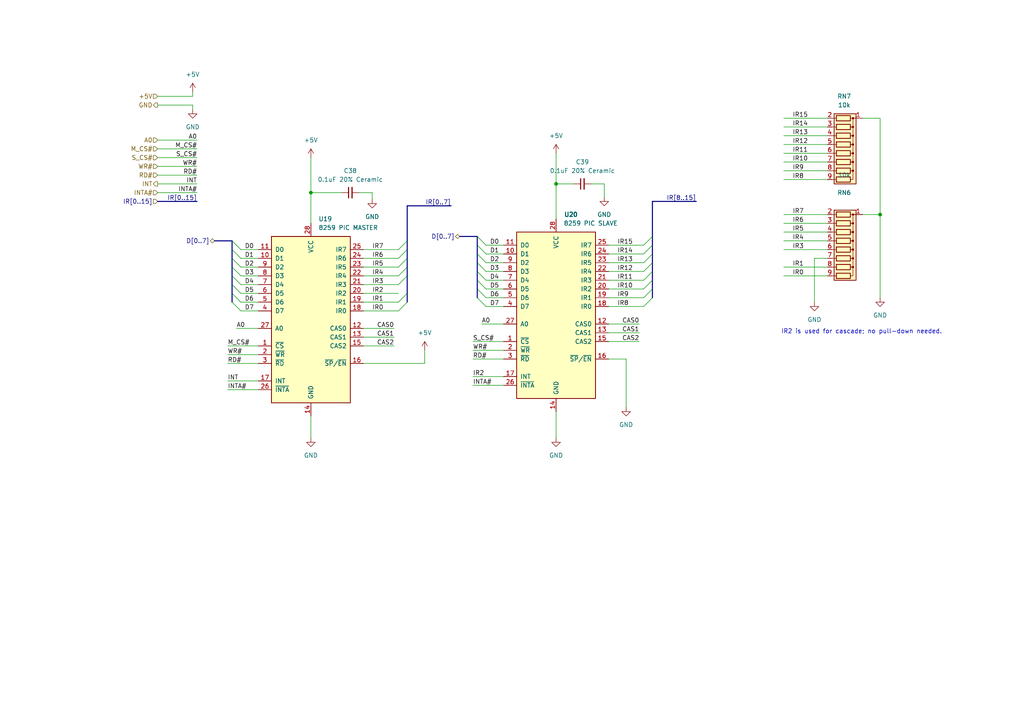
<source format=kicad_sch>
(kicad_sch
	(version 20231120)
	(generator "eeschema")
	(generator_version "8.0")
	(uuid "cb918a8c-d457-415f-aaa5-e646cbe8c833")
	(paper "A4")
	(lib_symbols
		(symbol "8259_1"
			(pin_names
				(offset 1.016)
			)
			(exclude_from_sim no)
			(in_bom yes)
			(on_board yes)
			(property "Reference" "U13"
				(at 2.1941 29.21 0)
				(effects
					(font
						(size 1.27 1.27)
					)
					(justify left)
				)
			)
			(property "Value" "8259"
				(at 2.1941 26.67 0)
				(effects
					(font
						(size 1.27 1.27)
					)
					(justify left)
				)
			)
			(property "Footprint" "Package_DIP:DIP-28_W15.24mm_Socket"
				(at 0 0 0)
				(effects
					(font
						(size 1.27 1.27)
						(italic yes)
					)
					(hide yes)
				)
			)
			(property "Datasheet" "http://pdos.csail.mit.edu/6.828/2005/readings/hardware/8259A.pdf"
				(at 0 0 0)
				(effects
					(font
						(size 1.27 1.27)
					)
					(hide yes)
				)
			)
			(property "Description" "8259, Programmable Interrupt Controller, PDIP-28"
				(at 0 0 0)
				(effects
					(font
						(size 1.27 1.27)
					)
					(hide yes)
				)
			)
			(property "ki_keywords" "PIC"
				(at 0 0 0)
				(effects
					(font
						(size 1.27 1.27)
					)
					(hide yes)
				)
			)
			(property "ki_fp_filters" "DIP*W15.24mm*"
				(at 0 0 0)
				(effects
					(font
						(size 1.27 1.27)
					)
					(hide yes)
				)
			)
			(symbol "8259_1_0_1"
				(rectangle
					(start -11.43 24.13)
					(end 11.43 -24.13)
					(stroke
						(width 0.254)
						(type default)
					)
					(fill
						(type background)
					)
				)
			)
			(symbol "8259_1_1_1"
				(pin input line
					(at -15.24 -7.62 0)
					(length 3.81)
					(name "~{CS}"
						(effects
							(font
								(size 1.27 1.27)
							)
						)
					)
					(number "1"
						(effects
							(font
								(size 1.27 1.27)
							)
						)
					)
				)
				(pin bidirectional line
					(at -15.24 17.78 0)
					(length 3.81)
					(name "D1"
						(effects
							(font
								(size 1.27 1.27)
							)
						)
					)
					(number "10"
						(effects
							(font
								(size 1.27 1.27)
							)
						)
					)
				)
				(pin bidirectional line
					(at -15.24 20.32 0)
					(length 3.81)
					(name "D0"
						(effects
							(font
								(size 1.27 1.27)
							)
						)
					)
					(number "11"
						(effects
							(font
								(size 1.27 1.27)
							)
						)
					)
				)
				(pin output line
					(at 15.24 -2.54 180)
					(length 3.81)
					(name "CAS0"
						(effects
							(font
								(size 1.27 1.27)
							)
						)
					)
					(number "12"
						(effects
							(font
								(size 1.27 1.27)
							)
						)
					)
				)
				(pin input line
					(at 15.24 -5.08 180)
					(length 3.81)
					(name "CAS1"
						(effects
							(font
								(size 1.27 1.27)
							)
						)
					)
					(number "13"
						(effects
							(font
								(size 1.27 1.27)
							)
						)
					)
				)
				(pin power_in line
					(at 0 -27.94 90)
					(length 3.81)
					(name "GND"
						(effects
							(font
								(size 1.27 1.27)
							)
						)
					)
					(number "14"
						(effects
							(font
								(size 1.27 1.27)
							)
						)
					)
				)
				(pin input line
					(at 15.24 -7.62 180)
					(length 3.81)
					(name "CAS2"
						(effects
							(font
								(size 1.27 1.27)
							)
						)
					)
					(number "15"
						(effects
							(font
								(size 1.27 1.27)
							)
						)
					)
				)
				(pin bidirectional line
					(at 15.24 -12.7 180)
					(length 3.81)
					(name "~{SP}/~{EN}"
						(effects
							(font
								(size 1.27 1.27)
							)
						)
					)
					(number "16"
						(effects
							(font
								(size 1.27 1.27)
							)
						)
					)
				)
				(pin output line
					(at -15.24 -17.78 0)
					(length 3.81)
					(name "INT"
						(effects
							(font
								(size 1.27 1.27)
							)
						)
					)
					(number "17"
						(effects
							(font
								(size 1.27 1.27)
							)
						)
					)
				)
				(pin input line
					(at 15.24 2.54 180)
					(length 3.81)
					(name "IR0"
						(effects
							(font
								(size 1.27 1.27)
							)
						)
					)
					(number "18"
						(effects
							(font
								(size 1.27 1.27)
							)
						)
					)
				)
				(pin input line
					(at 15.24 5.08 180)
					(length 3.81)
					(name "IR1"
						(effects
							(font
								(size 1.27 1.27)
							)
						)
					)
					(number "19"
						(effects
							(font
								(size 1.27 1.27)
							)
						)
					)
				)
				(pin input line
					(at -15.24 -10.16 0)
					(length 3.81)
					(name "~{WR}"
						(effects
							(font
								(size 1.27 1.27)
							)
						)
					)
					(number "2"
						(effects
							(font
								(size 1.27 1.27)
							)
						)
					)
				)
				(pin input line
					(at 15.24 7.62 180)
					(length 3.81)
					(name "IR2"
						(effects
							(font
								(size 1.27 1.27)
							)
						)
					)
					(number "20"
						(effects
							(font
								(size 1.27 1.27)
							)
						)
					)
				)
				(pin input line
					(at 15.24 10.16 180)
					(length 3.81)
					(name "IR3"
						(effects
							(font
								(size 1.27 1.27)
							)
						)
					)
					(number "21"
						(effects
							(font
								(size 1.27 1.27)
							)
						)
					)
				)
				(pin input line
					(at 15.24 12.7 180)
					(length 3.81)
					(name "IR4"
						(effects
							(font
								(size 1.27 1.27)
							)
						)
					)
					(number "22"
						(effects
							(font
								(size 1.27 1.27)
							)
						)
					)
				)
				(pin input line
					(at 15.24 15.24 180)
					(length 3.81)
					(name "IR5"
						(effects
							(font
								(size 1.27 1.27)
							)
						)
					)
					(number "23"
						(effects
							(font
								(size 1.27 1.27)
							)
						)
					)
				)
				(pin input line
					(at 15.24 17.78 180)
					(length 3.81)
					(name "IR6"
						(effects
							(font
								(size 1.27 1.27)
							)
						)
					)
					(number "24"
						(effects
							(font
								(size 1.27 1.27)
							)
						)
					)
				)
				(pin input line
					(at 15.24 20.32 180)
					(length 3.81)
					(name "IR7"
						(effects
							(font
								(size 1.27 1.27)
							)
						)
					)
					(number "25"
						(effects
							(font
								(size 1.27 1.27)
							)
						)
					)
				)
				(pin input line
					(at -15.24 -20.32 0)
					(length 3.81)
					(name "~{INTA}"
						(effects
							(font
								(size 1.27 1.27)
							)
						)
					)
					(number "26"
						(effects
							(font
								(size 1.27 1.27)
							)
						)
					)
				)
				(pin input line
					(at -15.24 -2.54 0)
					(length 3.81)
					(name "A0"
						(effects
							(font
								(size 1.27 1.27)
							)
						)
					)
					(number "27"
						(effects
							(font
								(size 1.27 1.27)
							)
						)
					)
				)
				(pin power_in line
					(at 0 27.94 270)
					(length 3.81)
					(name "VCC"
						(effects
							(font
								(size 1.27 1.27)
							)
						)
					)
					(number "28"
						(effects
							(font
								(size 1.27 1.27)
							)
						)
					)
				)
				(pin input line
					(at -15.24 -12.7 0)
					(length 3.81)
					(name "~{RD}"
						(effects
							(font
								(size 1.27 1.27)
							)
						)
					)
					(number "3"
						(effects
							(font
								(size 1.27 1.27)
							)
						)
					)
				)
				(pin bidirectional line
					(at -15.24 2.54 0)
					(length 3.81)
					(name "D7"
						(effects
							(font
								(size 1.27 1.27)
							)
						)
					)
					(number "4"
						(effects
							(font
								(size 1.27 1.27)
							)
						)
					)
				)
				(pin bidirectional line
					(at -15.24 5.08 0)
					(length 3.81)
					(name "D6"
						(effects
							(font
								(size 1.27 1.27)
							)
						)
					)
					(number "5"
						(effects
							(font
								(size 1.27 1.27)
							)
						)
					)
				)
				(pin bidirectional line
					(at -15.24 7.62 0)
					(length 3.81)
					(name "D5"
						(effects
							(font
								(size 1.27 1.27)
							)
						)
					)
					(number "6"
						(effects
							(font
								(size 1.27 1.27)
							)
						)
					)
				)
				(pin bidirectional line
					(at -15.24 10.16 0)
					(length 3.81)
					(name "D4"
						(effects
							(font
								(size 1.27 1.27)
							)
						)
					)
					(number "7"
						(effects
							(font
								(size 1.27 1.27)
							)
						)
					)
				)
				(pin bidirectional line
					(at -15.24 12.7 0)
					(length 3.81)
					(name "D3"
						(effects
							(font
								(size 1.27 1.27)
							)
						)
					)
					(number "8"
						(effects
							(font
								(size 1.27 1.27)
							)
						)
					)
				)
				(pin bidirectional line
					(at -15.24 15.24 0)
					(length 3.81)
					(name "D2"
						(effects
							(font
								(size 1.27 1.27)
							)
						)
					)
					(number "9"
						(effects
							(font
								(size 1.27 1.27)
							)
						)
					)
				)
			)
		)
		(symbol "Device:C_Small"
			(pin_numbers hide)
			(pin_names
				(offset 0.254) hide)
			(exclude_from_sim no)
			(in_bom yes)
			(on_board yes)
			(property "Reference" "C"
				(at 0.254 1.778 0)
				(effects
					(font
						(size 1.27 1.27)
					)
					(justify left)
				)
			)
			(property "Value" "C_Small"
				(at 0.254 -2.032 0)
				(effects
					(font
						(size 1.27 1.27)
					)
					(justify left)
				)
			)
			(property "Footprint" ""
				(at 0 0 0)
				(effects
					(font
						(size 1.27 1.27)
					)
					(hide yes)
				)
			)
			(property "Datasheet" "~"
				(at 0 0 0)
				(effects
					(font
						(size 1.27 1.27)
					)
					(hide yes)
				)
			)
			(property "Description" "Unpolarized capacitor, small symbol"
				(at 0 0 0)
				(effects
					(font
						(size 1.27 1.27)
					)
					(hide yes)
				)
			)
			(property "ki_keywords" "capacitor cap"
				(at 0 0 0)
				(effects
					(font
						(size 1.27 1.27)
					)
					(hide yes)
				)
			)
			(property "ki_fp_filters" "C_*"
				(at 0 0 0)
				(effects
					(font
						(size 1.27 1.27)
					)
					(hide yes)
				)
			)
			(symbol "C_Small_0_1"
				(polyline
					(pts
						(xy -1.524 -0.508) (xy 1.524 -0.508)
					)
					(stroke
						(width 0.3302)
						(type default)
					)
					(fill
						(type none)
					)
				)
				(polyline
					(pts
						(xy -1.524 0.508) (xy 1.524 0.508)
					)
					(stroke
						(width 0.3048)
						(type default)
					)
					(fill
						(type none)
					)
				)
			)
			(symbol "C_Small_1_1"
				(pin passive line
					(at 0 2.54 270)
					(length 2.032)
					(name "~"
						(effects
							(font
								(size 1.27 1.27)
							)
						)
					)
					(number "1"
						(effects
							(font
								(size 1.27 1.27)
							)
						)
					)
				)
				(pin passive line
					(at 0 -2.54 90)
					(length 2.032)
					(name "~"
						(effects
							(font
								(size 1.27 1.27)
							)
						)
					)
					(number "2"
						(effects
							(font
								(size 1.27 1.27)
							)
						)
					)
				)
			)
		)
		(symbol "Device:R_Network08"
			(pin_names
				(offset 0) hide)
			(exclude_from_sim no)
			(in_bom yes)
			(on_board yes)
			(property "Reference" "RN"
				(at -12.7 0 90)
				(effects
					(font
						(size 1.27 1.27)
					)
				)
			)
			(property "Value" "R_Network08"
				(at 10.16 0 90)
				(effects
					(font
						(size 1.27 1.27)
					)
				)
			)
			(property "Footprint" "Resistor_THT:R_Array_SIP9"
				(at 12.065 0 90)
				(effects
					(font
						(size 1.27 1.27)
					)
					(hide yes)
				)
			)
			(property "Datasheet" "http://www.vishay.com/docs/31509/csc.pdf"
				(at 0 0 0)
				(effects
					(font
						(size 1.27 1.27)
					)
					(hide yes)
				)
			)
			(property "Description" "8 resistor network, star topology, bussed resistors, small symbol"
				(at 0 0 0)
				(effects
					(font
						(size 1.27 1.27)
					)
					(hide yes)
				)
			)
			(property "ki_keywords" "R network star-topology"
				(at 0 0 0)
				(effects
					(font
						(size 1.27 1.27)
					)
					(hide yes)
				)
			)
			(property "ki_fp_filters" "R?Array?SIP*"
				(at 0 0 0)
				(effects
					(font
						(size 1.27 1.27)
					)
					(hide yes)
				)
			)
			(symbol "R_Network08_0_1"
				(rectangle
					(start -11.43 -3.175)
					(end 8.89 3.175)
					(stroke
						(width 0.254)
						(type default)
					)
					(fill
						(type background)
					)
				)
				(rectangle
					(start -10.922 1.524)
					(end -9.398 -2.54)
					(stroke
						(width 0.254)
						(type default)
					)
					(fill
						(type none)
					)
				)
				(circle
					(center -10.16 2.286)
					(radius 0.254)
					(stroke
						(width 0)
						(type default)
					)
					(fill
						(type outline)
					)
				)
				(rectangle
					(start -8.382 1.524)
					(end -6.858 -2.54)
					(stroke
						(width 0.254)
						(type default)
					)
					(fill
						(type none)
					)
				)
				(circle
					(center -7.62 2.286)
					(radius 0.254)
					(stroke
						(width 0)
						(type default)
					)
					(fill
						(type outline)
					)
				)
				(rectangle
					(start -5.842 1.524)
					(end -4.318 -2.54)
					(stroke
						(width 0.254)
						(type default)
					)
					(fill
						(type none)
					)
				)
				(circle
					(center -5.08 2.286)
					(radius 0.254)
					(stroke
						(width 0)
						(type default)
					)
					(fill
						(type outline)
					)
				)
				(rectangle
					(start -3.302 1.524)
					(end -1.778 -2.54)
					(stroke
						(width 0.254)
						(type default)
					)
					(fill
						(type none)
					)
				)
				(circle
					(center -2.54 2.286)
					(radius 0.254)
					(stroke
						(width 0)
						(type default)
					)
					(fill
						(type outline)
					)
				)
				(rectangle
					(start -0.762 1.524)
					(end 0.762 -2.54)
					(stroke
						(width 0.254)
						(type default)
					)
					(fill
						(type none)
					)
				)
				(polyline
					(pts
						(xy -10.16 -2.54) (xy -10.16 -3.81)
					)
					(stroke
						(width 0)
						(type default)
					)
					(fill
						(type none)
					)
				)
				(polyline
					(pts
						(xy -7.62 -2.54) (xy -7.62 -3.81)
					)
					(stroke
						(width 0)
						(type default)
					)
					(fill
						(type none)
					)
				)
				(polyline
					(pts
						(xy -5.08 -2.54) (xy -5.08 -3.81)
					)
					(stroke
						(width 0)
						(type default)
					)
					(fill
						(type none)
					)
				)
				(polyline
					(pts
						(xy -2.54 -2.54) (xy -2.54 -3.81)
					)
					(stroke
						(width 0)
						(type default)
					)
					(fill
						(type none)
					)
				)
				(polyline
					(pts
						(xy 0 -2.54) (xy 0 -3.81)
					)
					(stroke
						(width 0)
						(type default)
					)
					(fill
						(type none)
					)
				)
				(polyline
					(pts
						(xy 2.54 -2.54) (xy 2.54 -3.81)
					)
					(stroke
						(width 0)
						(type default)
					)
					(fill
						(type none)
					)
				)
				(polyline
					(pts
						(xy 5.08 -2.54) (xy 5.08 -3.81)
					)
					(stroke
						(width 0)
						(type default)
					)
					(fill
						(type none)
					)
				)
				(polyline
					(pts
						(xy 7.62 -2.54) (xy 7.62 -3.81)
					)
					(stroke
						(width 0)
						(type default)
					)
					(fill
						(type none)
					)
				)
				(polyline
					(pts
						(xy -10.16 1.524) (xy -10.16 2.286) (xy -7.62 2.286) (xy -7.62 1.524)
					)
					(stroke
						(width 0)
						(type default)
					)
					(fill
						(type none)
					)
				)
				(polyline
					(pts
						(xy -7.62 1.524) (xy -7.62 2.286) (xy -5.08 2.286) (xy -5.08 1.524)
					)
					(stroke
						(width 0)
						(type default)
					)
					(fill
						(type none)
					)
				)
				(polyline
					(pts
						(xy -5.08 1.524) (xy -5.08 2.286) (xy -2.54 2.286) (xy -2.54 1.524)
					)
					(stroke
						(width 0)
						(type default)
					)
					(fill
						(type none)
					)
				)
				(polyline
					(pts
						(xy -2.54 1.524) (xy -2.54 2.286) (xy 0 2.286) (xy 0 1.524)
					)
					(stroke
						(width 0)
						(type default)
					)
					(fill
						(type none)
					)
				)
				(polyline
					(pts
						(xy 0 1.524) (xy 0 2.286) (xy 2.54 2.286) (xy 2.54 1.524)
					)
					(stroke
						(width 0)
						(type default)
					)
					(fill
						(type none)
					)
				)
				(polyline
					(pts
						(xy 2.54 1.524) (xy 2.54 2.286) (xy 5.08 2.286) (xy 5.08 1.524)
					)
					(stroke
						(width 0)
						(type default)
					)
					(fill
						(type none)
					)
				)
				(polyline
					(pts
						(xy 5.08 1.524) (xy 5.08 2.286) (xy 7.62 2.286) (xy 7.62 1.524)
					)
					(stroke
						(width 0)
						(type default)
					)
					(fill
						(type none)
					)
				)
				(circle
					(center 0 2.286)
					(radius 0.254)
					(stroke
						(width 0)
						(type default)
					)
					(fill
						(type outline)
					)
				)
				(rectangle
					(start 1.778 1.524)
					(end 3.302 -2.54)
					(stroke
						(width 0.254)
						(type default)
					)
					(fill
						(type none)
					)
				)
				(circle
					(center 2.54 2.286)
					(radius 0.254)
					(stroke
						(width 0)
						(type default)
					)
					(fill
						(type outline)
					)
				)
				(rectangle
					(start 4.318 1.524)
					(end 5.842 -2.54)
					(stroke
						(width 0.254)
						(type default)
					)
					(fill
						(type none)
					)
				)
				(circle
					(center 5.08 2.286)
					(radius 0.254)
					(stroke
						(width 0)
						(type default)
					)
					(fill
						(type outline)
					)
				)
				(rectangle
					(start 6.858 1.524)
					(end 8.382 -2.54)
					(stroke
						(width 0.254)
						(type default)
					)
					(fill
						(type none)
					)
				)
			)
			(symbol "R_Network08_1_1"
				(pin passive line
					(at -10.16 5.08 270)
					(length 2.54)
					(name "common"
						(effects
							(font
								(size 1.27 1.27)
							)
						)
					)
					(number "1"
						(effects
							(font
								(size 1.27 1.27)
							)
						)
					)
				)
				(pin passive line
					(at -10.16 -5.08 90)
					(length 1.27)
					(name "R1"
						(effects
							(font
								(size 1.27 1.27)
							)
						)
					)
					(number "2"
						(effects
							(font
								(size 1.27 1.27)
							)
						)
					)
				)
				(pin passive line
					(at -7.62 -5.08 90)
					(length 1.27)
					(name "R2"
						(effects
							(font
								(size 1.27 1.27)
							)
						)
					)
					(number "3"
						(effects
							(font
								(size 1.27 1.27)
							)
						)
					)
				)
				(pin passive line
					(at -5.08 -5.08 90)
					(length 1.27)
					(name "R3"
						(effects
							(font
								(size 1.27 1.27)
							)
						)
					)
					(number "4"
						(effects
							(font
								(size 1.27 1.27)
							)
						)
					)
				)
				(pin passive line
					(at -2.54 -5.08 90)
					(length 1.27)
					(name "R4"
						(effects
							(font
								(size 1.27 1.27)
							)
						)
					)
					(number "5"
						(effects
							(font
								(size 1.27 1.27)
							)
						)
					)
				)
				(pin passive line
					(at 0 -5.08 90)
					(length 1.27)
					(name "R5"
						(effects
							(font
								(size 1.27 1.27)
							)
						)
					)
					(number "6"
						(effects
							(font
								(size 1.27 1.27)
							)
						)
					)
				)
				(pin passive line
					(at 2.54 -5.08 90)
					(length 1.27)
					(name "R6"
						(effects
							(font
								(size 1.27 1.27)
							)
						)
					)
					(number "7"
						(effects
							(font
								(size 1.27 1.27)
							)
						)
					)
				)
				(pin passive line
					(at 5.08 -5.08 90)
					(length 1.27)
					(name "R7"
						(effects
							(font
								(size 1.27 1.27)
							)
						)
					)
					(number "8"
						(effects
							(font
								(size 1.27 1.27)
							)
						)
					)
				)
				(pin passive line
					(at 7.62 -5.08 90)
					(length 1.27)
					(name "R8"
						(effects
							(font
								(size 1.27 1.27)
							)
						)
					)
					(number "9"
						(effects
							(font
								(size 1.27 1.27)
							)
						)
					)
				)
			)
		)
		(symbol "Interface:8259"
			(pin_names
				(offset 1.016)
			)
			(exclude_from_sim no)
			(in_bom yes)
			(on_board yes)
			(property "Reference" "U"
				(at -10.16 25.4 0)
				(effects
					(font
						(size 1.27 1.27)
					)
				)
			)
			(property "Value" "8259"
				(at 8.89 25.4 0)
				(effects
					(font
						(size 1.27 1.27)
					)
				)
			)
			(property "Footprint" "Package_DIP:DIP-28_W15.24mm"
				(at 0 0 0)
				(effects
					(font
						(size 1.27 1.27)
						(italic yes)
					)
					(hide yes)
				)
			)
			(property "Datasheet" "http://pdos.csail.mit.edu/6.828/2005/readings/hardware/8259A.pdf"
				(at 0 0 0)
				(effects
					(font
						(size 1.27 1.27)
					)
					(hide yes)
				)
			)
			(property "Description" "8259, Programmable Interrupt Controller, PDIP-28"
				(at 0 0 0)
				(effects
					(font
						(size 1.27 1.27)
					)
					(hide yes)
				)
			)
			(property "ki_keywords" "PIC"
				(at 0 0 0)
				(effects
					(font
						(size 1.27 1.27)
					)
					(hide yes)
				)
			)
			(property "ki_fp_filters" "DIP*W15.24mm*"
				(at 0 0 0)
				(effects
					(font
						(size 1.27 1.27)
					)
					(hide yes)
				)
			)
			(symbol "8259_0_1"
				(rectangle
					(start -11.43 24.13)
					(end 11.43 -24.13)
					(stroke
						(width 0.254)
						(type default)
					)
					(fill
						(type background)
					)
				)
			)
			(symbol "8259_1_1"
				(pin input line
					(at -15.24 -7.62 0)
					(length 3.81)
					(name "~{CS}"
						(effects
							(font
								(size 1.27 1.27)
							)
						)
					)
					(number "1"
						(effects
							(font
								(size 1.27 1.27)
							)
						)
					)
				)
				(pin bidirectional line
					(at -15.24 17.78 0)
					(length 3.81)
					(name "D1"
						(effects
							(font
								(size 1.27 1.27)
							)
						)
					)
					(number "10"
						(effects
							(font
								(size 1.27 1.27)
							)
						)
					)
				)
				(pin bidirectional line
					(at -15.24 20.32 0)
					(length 3.81)
					(name "D0"
						(effects
							(font
								(size 1.27 1.27)
							)
						)
					)
					(number "11"
						(effects
							(font
								(size 1.27 1.27)
							)
						)
					)
				)
				(pin input line
					(at 15.24 -2.54 180)
					(length 3.81)
					(name "CAS0"
						(effects
							(font
								(size 1.27 1.27)
							)
						)
					)
					(number "12"
						(effects
							(font
								(size 1.27 1.27)
							)
						)
					)
				)
				(pin output line
					(at 15.24 -5.08 180)
					(length 3.81)
					(name "CAS1"
						(effects
							(font
								(size 1.27 1.27)
							)
						)
					)
					(number "13"
						(effects
							(font
								(size 1.27 1.27)
							)
						)
					)
				)
				(pin power_in line
					(at 0 -27.94 90)
					(length 3.81)
					(name "GND"
						(effects
							(font
								(size 1.27 1.27)
							)
						)
					)
					(number "14"
						(effects
							(font
								(size 1.27 1.27)
							)
						)
					)
				)
				(pin output line
					(at 15.24 -7.62 180)
					(length 3.81)
					(name "CAS2"
						(effects
							(font
								(size 1.27 1.27)
							)
						)
					)
					(number "15"
						(effects
							(font
								(size 1.27 1.27)
							)
						)
					)
				)
				(pin bidirectional line
					(at 15.24 -12.7 180)
					(length 3.81)
					(name "~{SP}/~{EN}"
						(effects
							(font
								(size 1.27 1.27)
							)
						)
					)
					(number "16"
						(effects
							(font
								(size 1.27 1.27)
							)
						)
					)
				)
				(pin output line
					(at -15.24 -17.78 0)
					(length 3.81)
					(name "INT"
						(effects
							(font
								(size 1.27 1.27)
							)
						)
					)
					(number "17"
						(effects
							(font
								(size 1.27 1.27)
							)
						)
					)
				)
				(pin input line
					(at 15.24 2.54 180)
					(length 3.81)
					(name "IR0"
						(effects
							(font
								(size 1.27 1.27)
							)
						)
					)
					(number "18"
						(effects
							(font
								(size 1.27 1.27)
							)
						)
					)
				)
				(pin input line
					(at 15.24 5.08 180)
					(length 3.81)
					(name "IR1"
						(effects
							(font
								(size 1.27 1.27)
							)
						)
					)
					(number "19"
						(effects
							(font
								(size 1.27 1.27)
							)
						)
					)
				)
				(pin input line
					(at -15.24 -10.16 0)
					(length 3.81)
					(name "~{WR}"
						(effects
							(font
								(size 1.27 1.27)
							)
						)
					)
					(number "2"
						(effects
							(font
								(size 1.27 1.27)
							)
						)
					)
				)
				(pin input line
					(at 15.24 7.62 180)
					(length 3.81)
					(name "IR2"
						(effects
							(font
								(size 1.27 1.27)
							)
						)
					)
					(number "20"
						(effects
							(font
								(size 1.27 1.27)
							)
						)
					)
				)
				(pin input line
					(at 15.24 10.16 180)
					(length 3.81)
					(name "IR3"
						(effects
							(font
								(size 1.27 1.27)
							)
						)
					)
					(number "21"
						(effects
							(font
								(size 1.27 1.27)
							)
						)
					)
				)
				(pin input line
					(at 15.24 12.7 180)
					(length 3.81)
					(name "IR4"
						(effects
							(font
								(size 1.27 1.27)
							)
						)
					)
					(number "22"
						(effects
							(font
								(size 1.27 1.27)
							)
						)
					)
				)
				(pin input line
					(at 15.24 15.24 180)
					(length 3.81)
					(name "IR5"
						(effects
							(font
								(size 1.27 1.27)
							)
						)
					)
					(number "23"
						(effects
							(font
								(size 1.27 1.27)
							)
						)
					)
				)
				(pin input line
					(at 15.24 17.78 180)
					(length 3.81)
					(name "IR6"
						(effects
							(font
								(size 1.27 1.27)
							)
						)
					)
					(number "24"
						(effects
							(font
								(size 1.27 1.27)
							)
						)
					)
				)
				(pin input line
					(at 15.24 20.32 180)
					(length 3.81)
					(name "IR7"
						(effects
							(font
								(size 1.27 1.27)
							)
						)
					)
					(number "25"
						(effects
							(font
								(size 1.27 1.27)
							)
						)
					)
				)
				(pin input line
					(at -15.24 -20.32 0)
					(length 3.81)
					(name "~{INTA}"
						(effects
							(font
								(size 1.27 1.27)
							)
						)
					)
					(number "26"
						(effects
							(font
								(size 1.27 1.27)
							)
						)
					)
				)
				(pin input line
					(at -15.24 -2.54 0)
					(length 3.81)
					(name "A0"
						(effects
							(font
								(size 1.27 1.27)
							)
						)
					)
					(number "27"
						(effects
							(font
								(size 1.27 1.27)
							)
						)
					)
				)
				(pin power_in line
					(at 0 27.94 270)
					(length 3.81)
					(name "VCC"
						(effects
							(font
								(size 1.27 1.27)
							)
						)
					)
					(number "28"
						(effects
							(font
								(size 1.27 1.27)
							)
						)
					)
				)
				(pin input line
					(at -15.24 -12.7 0)
					(length 3.81)
					(name "~{RD}"
						(effects
							(font
								(size 1.27 1.27)
							)
						)
					)
					(number "3"
						(effects
							(font
								(size 1.27 1.27)
							)
						)
					)
				)
				(pin bidirectional line
					(at -15.24 2.54 0)
					(length 3.81)
					(name "D7"
						(effects
							(font
								(size 1.27 1.27)
							)
						)
					)
					(number "4"
						(effects
							(font
								(size 1.27 1.27)
							)
						)
					)
				)
				(pin bidirectional line
					(at -15.24 5.08 0)
					(length 3.81)
					(name "D6"
						(effects
							(font
								(size 1.27 1.27)
							)
						)
					)
					(number "5"
						(effects
							(font
								(size 1.27 1.27)
							)
						)
					)
				)
				(pin bidirectional line
					(at -15.24 7.62 0)
					(length 3.81)
					(name "D5"
						(effects
							(font
								(size 1.27 1.27)
							)
						)
					)
					(number "6"
						(effects
							(font
								(size 1.27 1.27)
							)
						)
					)
				)
				(pin bidirectional line
					(at -15.24 10.16 0)
					(length 3.81)
					(name "D4"
						(effects
							(font
								(size 1.27 1.27)
							)
						)
					)
					(number "7"
						(effects
							(font
								(size 1.27 1.27)
							)
						)
					)
				)
				(pin bidirectional line
					(at -15.24 12.7 0)
					(length 3.81)
					(name "D3"
						(effects
							(font
								(size 1.27 1.27)
							)
						)
					)
					(number "8"
						(effects
							(font
								(size 1.27 1.27)
							)
						)
					)
				)
				(pin bidirectional line
					(at -15.24 15.24 0)
					(length 3.81)
					(name "D2"
						(effects
							(font
								(size 1.27 1.27)
							)
						)
					)
					(number "9"
						(effects
							(font
								(size 1.27 1.27)
							)
						)
					)
				)
			)
		)
		(symbol "power:+5V"
			(power)
			(pin_names
				(offset 0)
			)
			(exclude_from_sim no)
			(in_bom yes)
			(on_board yes)
			(property "Reference" "#PWR"
				(at 0 -3.81 0)
				(effects
					(font
						(size 1.27 1.27)
					)
					(hide yes)
				)
			)
			(property "Value" "+5V"
				(at 0 3.556 0)
				(effects
					(font
						(size 1.27 1.27)
					)
				)
			)
			(property "Footprint" ""
				(at 0 0 0)
				(effects
					(font
						(size 1.27 1.27)
					)
					(hide yes)
				)
			)
			(property "Datasheet" ""
				(at 0 0 0)
				(effects
					(font
						(size 1.27 1.27)
					)
					(hide yes)
				)
			)
			(property "Description" "Power symbol creates a global label with name \"+5V\""
				(at 0 0 0)
				(effects
					(font
						(size 1.27 1.27)
					)
					(hide yes)
				)
			)
			(property "ki_keywords" "global power"
				(at 0 0 0)
				(effects
					(font
						(size 1.27 1.27)
					)
					(hide yes)
				)
			)
			(symbol "+5V_0_1"
				(polyline
					(pts
						(xy -0.762 1.27) (xy 0 2.54)
					)
					(stroke
						(width 0)
						(type default)
					)
					(fill
						(type none)
					)
				)
				(polyline
					(pts
						(xy 0 0) (xy 0 2.54)
					)
					(stroke
						(width 0)
						(type default)
					)
					(fill
						(type none)
					)
				)
				(polyline
					(pts
						(xy 0 2.54) (xy 0.762 1.27)
					)
					(stroke
						(width 0)
						(type default)
					)
					(fill
						(type none)
					)
				)
			)
			(symbol "+5V_1_1"
				(pin power_in line
					(at 0 0 90)
					(length 0) hide
					(name "+5V"
						(effects
							(font
								(size 1.27 1.27)
							)
						)
					)
					(number "1"
						(effects
							(font
								(size 1.27 1.27)
							)
						)
					)
				)
			)
		)
		(symbol "power:GND"
			(power)
			(pin_names
				(offset 0)
			)
			(exclude_from_sim no)
			(in_bom yes)
			(on_board yes)
			(property "Reference" "#PWR"
				(at 0 -6.35 0)
				(effects
					(font
						(size 1.27 1.27)
					)
					(hide yes)
				)
			)
			(property "Value" "GND"
				(at 0 -3.81 0)
				(effects
					(font
						(size 1.27 1.27)
					)
				)
			)
			(property "Footprint" ""
				(at 0 0 0)
				(effects
					(font
						(size 1.27 1.27)
					)
					(hide yes)
				)
			)
			(property "Datasheet" ""
				(at 0 0 0)
				(effects
					(font
						(size 1.27 1.27)
					)
					(hide yes)
				)
			)
			(property "Description" "Power symbol creates a global label with name \"GND\" , ground"
				(at 0 0 0)
				(effects
					(font
						(size 1.27 1.27)
					)
					(hide yes)
				)
			)
			(property "ki_keywords" "global power"
				(at 0 0 0)
				(effects
					(font
						(size 1.27 1.27)
					)
					(hide yes)
				)
			)
			(symbol "GND_0_1"
				(polyline
					(pts
						(xy 0 0) (xy 0 -1.27) (xy 1.27 -1.27) (xy 0 -2.54) (xy -1.27 -1.27) (xy 0 -1.27)
					)
					(stroke
						(width 0)
						(type default)
					)
					(fill
						(type none)
					)
				)
			)
			(symbol "GND_1_1"
				(pin power_in line
					(at 0 0 270)
					(length 0) hide
					(name "GND"
						(effects
							(font
								(size 1.27 1.27)
							)
						)
					)
					(number "1"
						(effects
							(font
								(size 1.27 1.27)
							)
						)
					)
				)
			)
		)
	)
	(junction
		(at 255.27 62.23)
		(diameter 0)
		(color 0 0 0 0)
		(uuid "27a7b02c-373c-45c1-b476-722066664c36")
	)
	(junction
		(at 90.17 55.88)
		(diameter 0)
		(color 0 0 0 0)
		(uuid "43be2f39-49fb-43d9-b308-74728b11e1e1")
	)
	(junction
		(at 161.29 53.34)
		(diameter 0)
		(color 0 0 0 0)
		(uuid "51701417-7c9c-44bd-aedf-b33ba2ed4679")
	)
	(bus_entry
		(at 115.57 87.63)
		(size 2.54 -2.54)
		(stroke
			(width 0)
			(type default)
		)
		(uuid "05dd8682-4570-416b-9dd7-81fc73f22954")
	)
	(bus_entry
		(at 140.97 86.36)
		(size -2.54 -2.54)
		(stroke
			(width 0)
			(type default)
		)
		(uuid "0a54f84b-c0cb-45fa-a305-8d7892bd93f4")
	)
	(bus_entry
		(at 140.97 78.74)
		(size -2.54 -2.54)
		(stroke
			(width 0)
			(type default)
		)
		(uuid "122f2f10-6305-4c33-9100-136a3fb76dab")
	)
	(bus_entry
		(at 186.69 83.82)
		(size 2.54 -2.54)
		(stroke
			(width 0)
			(type default)
		)
		(uuid "149167de-98a9-471f-9741-c526848018e5")
	)
	(bus_entry
		(at 115.57 72.39)
		(size 2.54 -2.54)
		(stroke
			(width 0)
			(type default)
		)
		(uuid "14c64c9e-04d6-489a-b349-d02aea99e5df")
	)
	(bus_entry
		(at 69.85 80.01)
		(size -2.54 -2.54)
		(stroke
			(width 0)
			(type default)
		)
		(uuid "30431ffa-ea2f-45be-9020-88e457346b1f")
	)
	(bus_entry
		(at 69.85 72.39)
		(size -2.54 -2.54)
		(stroke
			(width 0)
			(type default)
		)
		(uuid "3f8a39b1-cf80-428b-b3f0-a744bc6451f1")
	)
	(bus_entry
		(at 140.97 76.2)
		(size -2.54 -2.54)
		(stroke
			(width 0)
			(type default)
		)
		(uuid "42b1aa50-ff14-455f-8d36-a1330a505fb3")
	)
	(bus_entry
		(at 115.57 82.55)
		(size 2.54 -2.54)
		(stroke
			(width 0)
			(type default)
		)
		(uuid "4a30141d-42f5-4d07-a8de-0dd36198f94a")
	)
	(bus_entry
		(at 140.97 81.28)
		(size -2.54 -2.54)
		(stroke
			(width 0)
			(type default)
		)
		(uuid "61bffcca-f274-48b8-bb83-f765f1c2a04f")
	)
	(bus_entry
		(at 140.97 71.12)
		(size -2.54 -2.54)
		(stroke
			(width 0)
			(type default)
		)
		(uuid "68728d7d-f105-4685-b1e2-70bb2a5911dc")
	)
	(bus_entry
		(at 69.85 82.55)
		(size -2.54 -2.54)
		(stroke
			(width 0)
			(type default)
		)
		(uuid "6c1be9db-b7e9-4da0-885f-f5940c58dc49")
	)
	(bus_entry
		(at 115.57 80.01)
		(size 2.54 -2.54)
		(stroke
			(width 0)
			(type default)
		)
		(uuid "6cb38d00-2f24-4ce5-a4b2-76cb1a50f711")
	)
	(bus_entry
		(at 69.85 74.93)
		(size -2.54 -2.54)
		(stroke
			(width 0)
			(type default)
		)
		(uuid "7378c178-f2b6-40c4-86b9-62406fce5520")
	)
	(bus_entry
		(at 69.85 90.17)
		(size -2.54 -2.54)
		(stroke
			(width 0)
			(type default)
		)
		(uuid "7a824c21-09d6-4f62-9864-b2c26af2c999")
	)
	(bus_entry
		(at 186.69 78.74)
		(size 2.54 -2.54)
		(stroke
			(width 0)
			(type default)
		)
		(uuid "7d9f4a59-b5af-4fa8-a06f-1a1659f3b93a")
	)
	(bus_entry
		(at 69.85 87.63)
		(size -2.54 -2.54)
		(stroke
			(width 0)
			(type default)
		)
		(uuid "87f7ce62-1e7d-4ea2-938b-f74b69e1db1d")
	)
	(bus_entry
		(at 140.97 83.82)
		(size -2.54 -2.54)
		(stroke
			(width 0)
			(type default)
		)
		(uuid "91e62402-5dc2-418a-bfd7-23eec2eae58f")
	)
	(bus_entry
		(at 140.97 88.9)
		(size -2.54 -2.54)
		(stroke
			(width 0)
			(type default)
		)
		(uuid "9205cccf-319f-4ed4-b205-eb071d02ff19")
	)
	(bus_entry
		(at 140.97 73.66)
		(size -2.54 -2.54)
		(stroke
			(width 0)
			(type default)
		)
		(uuid "930be44f-2226-430d-b8ec-4ade3d5395ff")
	)
	(bus_entry
		(at 69.85 77.47)
		(size -2.54 -2.54)
		(stroke
			(width 0)
			(type default)
		)
		(uuid "94921043-434f-43db-a6a9-dc5ba366ffb2")
	)
	(bus_entry
		(at 186.69 86.36)
		(size 2.54 -2.54)
		(stroke
			(width 0)
			(type default)
		)
		(uuid "a2713c00-77c3-4a13-b43c-53786eeade5b")
	)
	(bus_entry
		(at 115.57 77.47)
		(size 2.54 -2.54)
		(stroke
			(width 0)
			(type default)
		)
		(uuid "bfbf74d0-7a04-4d72-a71c-6ef187a90275")
	)
	(bus_entry
		(at 115.57 74.93)
		(size 2.54 -2.54)
		(stroke
			(width 0)
			(type default)
		)
		(uuid "d0b58bff-9571-4e1a-a737-06ca689f7f13")
	)
	(bus_entry
		(at 186.69 73.66)
		(size 2.54 -2.54)
		(stroke
			(width 0)
			(type default)
		)
		(uuid "d76a754a-0974-462b-9de6-5af536aaac6b")
	)
	(bus_entry
		(at 115.57 90.17)
		(size 2.54 -2.54)
		(stroke
			(width 0)
			(type default)
		)
		(uuid "e7b72ea3-a60e-46aa-89f2-b2c82609ee4b")
	)
	(bus_entry
		(at 69.85 85.09)
		(size -2.54 -2.54)
		(stroke
			(width 0)
			(type default)
		)
		(uuid "ecdc3990-e653-4c0b-8a62-e43553c54f1b")
	)
	(bus_entry
		(at 186.69 76.2)
		(size 2.54 -2.54)
		(stroke
			(width 0)
			(type default)
		)
		(uuid "ef3c7457-5b61-4f46-838a-03eee28ff039")
	)
	(bus_entry
		(at 186.69 81.28)
		(size 2.54 -2.54)
		(stroke
			(width 0)
			(type default)
		)
		(uuid "efd4337f-a634-4c3a-9ce1-23e0d73aaec1")
	)
	(bus_entry
		(at 186.69 88.9)
		(size 2.54 -2.54)
		(stroke
			(width 0)
			(type default)
		)
		(uuid "fb8b0bd2-9562-4b0a-8688-ed3ec8440e73")
	)
	(bus_entry
		(at 186.69 71.12)
		(size 2.54 -2.54)
		(stroke
			(width 0)
			(type default)
		)
		(uuid "fbcf60e9-4400-4f5f-bf3f-df4f068005de")
	)
	(wire
		(pts
			(xy 176.53 76.2) (xy 186.69 76.2)
		)
		(stroke
			(width 0)
			(type default)
		)
		(uuid "00aee0b7-6782-4fa2-a4a3-309a369414b1")
	)
	(wire
		(pts
			(xy 123.19 105.41) (xy 123.19 101.6)
		)
		(stroke
			(width 0)
			(type default)
		)
		(uuid "02c34398-b96c-4d7b-82b5-f32e6e471de4")
	)
	(bus
		(pts
			(xy 189.23 68.58) (xy 189.23 58.42)
		)
		(stroke
			(width 0)
			(type default)
		)
		(uuid "04529606-f377-4b5a-a7ef-77572c34a26a")
	)
	(wire
		(pts
			(xy 74.93 87.63) (xy 69.85 87.63)
		)
		(stroke
			(width 0)
			(type default)
		)
		(uuid "081f4782-c3e3-4a01-8489-8dff50c2e3fb")
	)
	(wire
		(pts
			(xy 227.33 34.29) (xy 240.03 34.29)
		)
		(stroke
			(width 0)
			(type default)
		)
		(uuid "0c94075d-6e4b-4c05-a4b5-992aed9c9c80")
	)
	(wire
		(pts
			(xy 66.04 110.49) (xy 74.93 110.49)
		)
		(stroke
			(width 0)
			(type default)
		)
		(uuid "0dfca24d-9140-462d-b400-09db15d3d542")
	)
	(wire
		(pts
			(xy 90.17 120.65) (xy 90.17 127)
		)
		(stroke
			(width 0)
			(type default)
		)
		(uuid "0feefdd0-5528-48b5-9b74-8c1e22dcadd9")
	)
	(wire
		(pts
			(xy 57.15 55.88) (xy 45.72 55.88)
		)
		(stroke
			(width 0)
			(type default)
		)
		(uuid "1074db2d-3bb5-4f4e-87ea-d96bf3168693")
	)
	(wire
		(pts
			(xy 176.53 81.28) (xy 186.69 81.28)
		)
		(stroke
			(width 0)
			(type default)
		)
		(uuid "12ee1bb8-dda9-4ec2-8d18-b9c612bcbad8")
	)
	(bus
		(pts
			(xy 118.11 77.47) (xy 118.11 74.93)
		)
		(stroke
			(width 0)
			(type default)
		)
		(uuid "153e4dd1-c709-491e-afd0-5bb8756b11cc")
	)
	(wire
		(pts
			(xy 227.33 72.39) (xy 240.03 72.39)
		)
		(stroke
			(width 0)
			(type default)
		)
		(uuid "1d7be1af-720b-4f76-ba20-91fadc7268c5")
	)
	(wire
		(pts
			(xy 227.33 80.01) (xy 240.03 80.01)
		)
		(stroke
			(width 0)
			(type default)
		)
		(uuid "1dd8ddb7-21e8-4b8e-98aa-deab57932397")
	)
	(wire
		(pts
			(xy 55.88 27.94) (xy 55.88 26.67)
		)
		(stroke
			(width 0)
			(type default)
		)
		(uuid "1f7a3275-a858-4030-8774-4af2870f08c2")
	)
	(wire
		(pts
			(xy 161.29 53.34) (xy 161.29 63.5)
		)
		(stroke
			(width 0)
			(type default)
		)
		(uuid "20828ead-2308-4484-bc8d-498256a8df39")
	)
	(wire
		(pts
			(xy 137.16 101.6) (xy 146.05 101.6)
		)
		(stroke
			(width 0)
			(type default)
		)
		(uuid "25de5c5e-3fa0-47ca-897a-d77323aeef15")
	)
	(wire
		(pts
			(xy 176.53 83.82) (xy 186.69 83.82)
		)
		(stroke
			(width 0)
			(type default)
		)
		(uuid "27d49a09-e082-421e-b032-bb0a1f6405dc")
	)
	(wire
		(pts
			(xy 161.29 44.45) (xy 161.29 53.34)
		)
		(stroke
			(width 0)
			(type default)
		)
		(uuid "29440f61-27a1-4338-81fa-981e99f368de")
	)
	(bus
		(pts
			(xy 118.11 69.85) (xy 118.11 59.69)
		)
		(stroke
			(width 0)
			(type default)
		)
		(uuid "29a70868-f21c-41a2-a105-aece658ff17a")
	)
	(wire
		(pts
			(xy 137.16 104.14) (xy 146.05 104.14)
		)
		(stroke
			(width 0)
			(type default)
		)
		(uuid "29b7116b-8043-4b3c-a038-2032b41fe42e")
	)
	(wire
		(pts
			(xy 105.41 105.41) (xy 123.19 105.41)
		)
		(stroke
			(width 0)
			(type default)
		)
		(uuid "29dbe347-c3fd-4424-b0ee-38075774469a")
	)
	(wire
		(pts
			(xy 176.53 86.36) (xy 186.69 86.36)
		)
		(stroke
			(width 0)
			(type default)
		)
		(uuid "2ca6dab6-5724-407f-a7d5-6434d35dd48a")
	)
	(wire
		(pts
			(xy 90.17 55.88) (xy 99.06 55.88)
		)
		(stroke
			(width 0)
			(type default)
		)
		(uuid "2cd0ae18-ddca-4532-8da0-c85d1ba4576c")
	)
	(bus
		(pts
			(xy 67.31 69.85) (xy 67.31 72.39)
		)
		(stroke
			(width 0)
			(type default)
		)
		(uuid "2d8691b5-cf0a-41fa-acc5-adc2ee4089e7")
	)
	(bus
		(pts
			(xy 138.43 78.74) (xy 138.43 81.28)
		)
		(stroke
			(width 0)
			(type default)
		)
		(uuid "2de653c0-e14d-4c5c-819f-720271f154a3")
	)
	(bus
		(pts
			(xy 67.31 85.09) (xy 67.31 87.63)
		)
		(stroke
			(width 0)
			(type default)
		)
		(uuid "2f5f959c-10cc-4557-ba93-e4397a477681")
	)
	(bus
		(pts
			(xy 138.43 68.58) (xy 138.43 71.12)
		)
		(stroke
			(width 0)
			(type default)
		)
		(uuid "2f78984a-daae-4f17-8466-d66d290cf4d2")
	)
	(wire
		(pts
			(xy 175.26 53.34) (xy 175.26 57.15)
		)
		(stroke
			(width 0)
			(type default)
		)
		(uuid "3207e3df-c70b-4971-beb5-3a3ff3aa3fda")
	)
	(wire
		(pts
			(xy 176.53 99.06) (xy 185.42 99.06)
		)
		(stroke
			(width 0)
			(type default)
		)
		(uuid "325ee502-3017-439f-8e1b-2b9fcab7f64b")
	)
	(wire
		(pts
			(xy 227.33 36.83) (xy 240.03 36.83)
		)
		(stroke
			(width 0)
			(type default)
		)
		(uuid "32c08de5-0fb5-4fe5-a953-d85324610298")
	)
	(wire
		(pts
			(xy 105.41 90.17) (xy 115.57 90.17)
		)
		(stroke
			(width 0)
			(type default)
		)
		(uuid "368f84c4-74f3-4bc2-bc6d-40770245c83c")
	)
	(wire
		(pts
			(xy 146.05 88.9) (xy 140.97 88.9)
		)
		(stroke
			(width 0)
			(type default)
		)
		(uuid "37fdbb37-7394-488b-a075-d486308025a3")
	)
	(bus
		(pts
			(xy 67.31 82.55) (xy 67.31 85.09)
		)
		(stroke
			(width 0)
			(type default)
		)
		(uuid "3866f758-5f68-4223-ac15-227a64dc592a")
	)
	(bus
		(pts
			(xy 118.11 74.93) (xy 118.11 72.39)
		)
		(stroke
			(width 0)
			(type default)
		)
		(uuid "39b76af7-d5b1-4efe-9060-f6b654f6ed93")
	)
	(bus
		(pts
			(xy 189.23 83.82) (xy 189.23 81.28)
		)
		(stroke
			(width 0)
			(type default)
		)
		(uuid "3ac062ac-ac11-406e-8ab4-3cb34f99280d")
	)
	(wire
		(pts
			(xy 227.33 44.45) (xy 240.03 44.45)
		)
		(stroke
			(width 0)
			(type default)
		)
		(uuid "3d448613-9923-4be8-a17b-b18b4b90505f")
	)
	(wire
		(pts
			(xy 255.27 62.23) (xy 255.27 86.36)
		)
		(stroke
			(width 0)
			(type default)
		)
		(uuid "43f5fd94-fed7-403f-862b-a4f7d86edc0c")
	)
	(wire
		(pts
			(xy 105.41 97.79) (xy 114.3 97.79)
		)
		(stroke
			(width 0)
			(type default)
		)
		(uuid "4442f852-e05f-4e60-a267-45f76173d0b4")
	)
	(bus
		(pts
			(xy 118.11 80.01) (xy 118.11 85.09)
		)
		(stroke
			(width 0)
			(type default)
		)
		(uuid "44b72ffb-8fd1-4c6e-824a-22e8b3d06414")
	)
	(bus
		(pts
			(xy 67.31 77.47) (xy 67.31 80.01)
		)
		(stroke
			(width 0)
			(type default)
		)
		(uuid "44e904df-a11f-4b5b-b172-df7df8843e33")
	)
	(wire
		(pts
			(xy 137.16 111.76) (xy 146.05 111.76)
		)
		(stroke
			(width 0)
			(type default)
		)
		(uuid "45e6e2b8-691f-48cb-b092-8bcbdb96e928")
	)
	(wire
		(pts
			(xy 66.04 100.33) (xy 74.93 100.33)
		)
		(stroke
			(width 0)
			(type default)
		)
		(uuid "486a08c0-70d3-4f54-8446-051bbc497be5")
	)
	(wire
		(pts
			(xy 227.33 67.31) (xy 240.03 67.31)
		)
		(stroke
			(width 0)
			(type default)
		)
		(uuid "4916fb06-ee73-40af-86a7-5e7b3e25175c")
	)
	(wire
		(pts
			(xy 161.29 119.38) (xy 161.29 127)
		)
		(stroke
			(width 0)
			(type default)
		)
		(uuid "4c1870c1-e0f4-4323-8d11-2eb25f120c3f")
	)
	(wire
		(pts
			(xy 105.41 95.25) (xy 114.3 95.25)
		)
		(stroke
			(width 0)
			(type default)
		)
		(uuid "4f6378d8-dd97-4ed1-88f7-da05b286b8f1")
	)
	(wire
		(pts
			(xy 176.53 96.52) (xy 185.42 96.52)
		)
		(stroke
			(width 0)
			(type default)
		)
		(uuid "5115326c-d214-4a3d-bd8b-d86315cdad28")
	)
	(wire
		(pts
			(xy 105.41 87.63) (xy 115.57 87.63)
		)
		(stroke
			(width 0)
			(type default)
		)
		(uuid "5191629b-cbc5-4a70-b41b-8857cd4302f0")
	)
	(bus
		(pts
			(xy 67.31 80.01) (xy 67.31 82.55)
		)
		(stroke
			(width 0)
			(type default)
		)
		(uuid "5414f268-62d7-42a9-bb33-ffa3e16083b6")
	)
	(wire
		(pts
			(xy 176.53 71.12) (xy 186.69 71.12)
		)
		(stroke
			(width 0)
			(type default)
		)
		(uuid "55c63c7c-7110-43c3-80de-335710f52d9e")
	)
	(wire
		(pts
			(xy 105.41 77.47) (xy 115.57 77.47)
		)
		(stroke
			(width 0)
			(type default)
		)
		(uuid "56c475e5-1d24-40fc-8e35-5ee28a0b422b")
	)
	(wire
		(pts
			(xy 146.05 78.74) (xy 140.97 78.74)
		)
		(stroke
			(width 0)
			(type default)
		)
		(uuid "57aaf68a-7cad-41ea-b870-d25a56643b69")
	)
	(wire
		(pts
			(xy 227.33 69.85) (xy 240.03 69.85)
		)
		(stroke
			(width 0)
			(type default)
		)
		(uuid "59726c73-dfac-4fa8-b9b9-b6da97b4b3cb")
	)
	(wire
		(pts
			(xy 176.53 104.14) (xy 181.61 104.14)
		)
		(stroke
			(width 0)
			(type default)
		)
		(uuid "5a7b10eb-c0d5-4b60-ba31-7a2998c77bcb")
	)
	(bus
		(pts
			(xy 189.23 86.36) (xy 189.23 83.82)
		)
		(stroke
			(width 0)
			(type default)
		)
		(uuid "5caa1566-f1c8-4521-9d7f-8e52bac3fc75")
	)
	(bus
		(pts
			(xy 189.23 73.66) (xy 189.23 71.12)
		)
		(stroke
			(width 0)
			(type default)
		)
		(uuid "5cd17bd4-3d4c-4f49-8b6b-fb976c90fe03")
	)
	(bus
		(pts
			(xy 189.23 81.28) (xy 189.23 78.74)
		)
		(stroke
			(width 0)
			(type default)
		)
		(uuid "5e1bc664-995c-49a2-931f-39df6ea2dea3")
	)
	(wire
		(pts
			(xy 146.05 73.66) (xy 140.97 73.66)
		)
		(stroke
			(width 0)
			(type default)
		)
		(uuid "5e98f69e-0940-4ba1-b445-e2c7a455507d")
	)
	(wire
		(pts
			(xy 250.19 62.23) (xy 255.27 62.23)
		)
		(stroke
			(width 0)
			(type default)
		)
		(uuid "6167830b-7edd-4fb2-a7fb-7103c0b14707")
	)
	(bus
		(pts
			(xy 133.35 68.58) (xy 138.43 68.58)
		)
		(stroke
			(width 0)
			(type default)
		)
		(uuid "64e83025-d6a6-46ba-b482-402f66aff75c")
	)
	(wire
		(pts
			(xy 105.41 100.33) (xy 114.3 100.33)
		)
		(stroke
			(width 0)
			(type default)
		)
		(uuid "692d7c90-1ecf-4dcf-bc66-29e5bbdc3776")
	)
	(wire
		(pts
			(xy 176.53 88.9) (xy 186.69 88.9)
		)
		(stroke
			(width 0)
			(type default)
		)
		(uuid "69562319-6e1d-4ca0-ab6d-61c64da168b4")
	)
	(wire
		(pts
			(xy 66.04 105.41) (xy 74.93 105.41)
		)
		(stroke
			(width 0)
			(type default)
		)
		(uuid "6a15ef82-1c9f-4505-906e-1d7175769e5c")
	)
	(wire
		(pts
			(xy 45.72 40.64) (xy 57.15 40.64)
		)
		(stroke
			(width 0)
			(type default)
		)
		(uuid "6ed31d58-f274-4c9e-b344-651198b914ed")
	)
	(bus
		(pts
			(xy 67.31 74.93) (xy 67.31 77.47)
		)
		(stroke
			(width 0)
			(type default)
		)
		(uuid "707cebd4-183b-4314-a5d1-cf0ecf2e974f")
	)
	(wire
		(pts
			(xy 227.33 62.23) (xy 240.03 62.23)
		)
		(stroke
			(width 0)
			(type default)
		)
		(uuid "723247a9-9db4-4577-9b16-a9a5fbea526e")
	)
	(wire
		(pts
			(xy 74.93 90.17) (xy 69.85 90.17)
		)
		(stroke
			(width 0)
			(type default)
		)
		(uuid "7262c749-1e9a-41e8-ab58-ad68984e5871")
	)
	(wire
		(pts
			(xy 171.45 53.34) (xy 175.26 53.34)
		)
		(stroke
			(width 0)
			(type default)
		)
		(uuid "767d4b12-99bf-43fd-a915-a90936ffd6fc")
	)
	(wire
		(pts
			(xy 90.17 55.88) (xy 90.17 64.77)
		)
		(stroke
			(width 0)
			(type default)
		)
		(uuid "7849dc96-8878-4598-a076-276311c34042")
	)
	(wire
		(pts
			(xy 45.72 45.72) (xy 57.15 45.72)
		)
		(stroke
			(width 0)
			(type default)
		)
		(uuid "78d801f1-5b93-4fbd-84b0-8ef0cb585f78")
	)
	(wire
		(pts
			(xy 146.05 81.28) (xy 140.97 81.28)
		)
		(stroke
			(width 0)
			(type default)
		)
		(uuid "7adc3c82-e682-4507-8ebf-272369a34a04")
	)
	(wire
		(pts
			(xy 227.33 39.37) (xy 240.03 39.37)
		)
		(stroke
			(width 0)
			(type default)
		)
		(uuid "7cf0a42c-cbd9-4e32-a3f8-cc7d19ea4ea3")
	)
	(wire
		(pts
			(xy 146.05 76.2) (xy 140.97 76.2)
		)
		(stroke
			(width 0)
			(type default)
		)
		(uuid "7ded84d1-810c-473e-8bea-652cddf28128")
	)
	(wire
		(pts
			(xy 74.93 74.93) (xy 69.85 74.93)
		)
		(stroke
			(width 0)
			(type default)
		)
		(uuid "7f4c2306-5c27-427a-afcc-c3dfa62fe05e")
	)
	(wire
		(pts
			(xy 227.33 41.91) (xy 240.03 41.91)
		)
		(stroke
			(width 0)
			(type default)
		)
		(uuid "80da8702-325c-4c53-bf6f-25abd066a677")
	)
	(bus
		(pts
			(xy 118.11 59.69) (xy 130.81 59.69)
		)
		(stroke
			(width 0)
			(type default)
		)
		(uuid "838d3370-03b6-4ace-ba79-d4599c612d67")
	)
	(wire
		(pts
			(xy 105.41 80.01) (xy 115.57 80.01)
		)
		(stroke
			(width 0)
			(type default)
		)
		(uuid "84833215-eb8d-4185-b262-a7f1b2f94129")
	)
	(bus
		(pts
			(xy 138.43 81.28) (xy 138.43 83.82)
		)
		(stroke
			(width 0)
			(type default)
		)
		(uuid "853adb1a-8db0-4c2d-a3eb-a15954f877c6")
	)
	(wire
		(pts
			(xy 255.27 34.29) (xy 255.27 62.23)
		)
		(stroke
			(width 0)
			(type default)
		)
		(uuid "86188063-1850-4d3c-8dbd-1745a9ff3e74")
	)
	(wire
		(pts
			(xy 227.33 49.53) (xy 240.03 49.53)
		)
		(stroke
			(width 0)
			(type default)
		)
		(uuid "86650d6d-f732-4f85-acae-8cc06fe4279e")
	)
	(wire
		(pts
			(xy 176.53 93.98) (xy 185.42 93.98)
		)
		(stroke
			(width 0)
			(type default)
		)
		(uuid "86692d98-3c63-44c6-b8e9-1e1117eab0d4")
	)
	(wire
		(pts
			(xy 146.05 71.12) (xy 140.97 71.12)
		)
		(stroke
			(width 0)
			(type default)
		)
		(uuid "87191242-6673-4738-af54-526ebddf46f2")
	)
	(wire
		(pts
			(xy 74.93 82.55) (xy 69.85 82.55)
		)
		(stroke
			(width 0)
			(type default)
		)
		(uuid "9039735a-fbfc-47f8-98a0-f752ad873b1a")
	)
	(wire
		(pts
			(xy 227.33 64.77) (xy 240.03 64.77)
		)
		(stroke
			(width 0)
			(type default)
		)
		(uuid "9172d196-fb05-411f-b6b0-fb663f908e93")
	)
	(wire
		(pts
			(xy 66.04 113.03) (xy 74.93 113.03)
		)
		(stroke
			(width 0)
			(type default)
		)
		(uuid "94346aca-578b-4495-a738-4e8d45fbbf1f")
	)
	(wire
		(pts
			(xy 57.15 50.8) (xy 45.72 50.8)
		)
		(stroke
			(width 0)
			(type default)
		)
		(uuid "9d020e92-f164-4db2-9df4-1732e7cb4291")
	)
	(wire
		(pts
			(xy 74.93 80.01) (xy 69.85 80.01)
		)
		(stroke
			(width 0)
			(type default)
		)
		(uuid "9e772248-dd47-419d-afae-b8d95f235e3f")
	)
	(wire
		(pts
			(xy 105.41 82.55) (xy 115.57 82.55)
		)
		(stroke
			(width 0)
			(type default)
		)
		(uuid "9f04d965-c506-4d97-a950-ed8d226a9a65")
	)
	(wire
		(pts
			(xy 104.14 55.88) (xy 107.95 55.88)
		)
		(stroke
			(width 0)
			(type default)
		)
		(uuid "a1bfa396-fabf-454f-b452-01f44204f291")
	)
	(wire
		(pts
			(xy 90.17 45.72) (xy 90.17 55.88)
		)
		(stroke
			(width 0)
			(type default)
		)
		(uuid "a36007e1-baa3-43c7-88a2-89c97f7ffbb5")
	)
	(wire
		(pts
			(xy 45.72 43.18) (xy 57.15 43.18)
		)
		(stroke
			(width 0)
			(type default)
		)
		(uuid "a489a43e-0c04-4d56-9a8e-f9cbe6a949c2")
	)
	(wire
		(pts
			(xy 57.15 48.26) (xy 45.72 48.26)
		)
		(stroke
			(width 0)
			(type default)
		)
		(uuid "a4e7cf0c-0df0-4e42-9f7a-dec41bbfb400")
	)
	(wire
		(pts
			(xy 105.41 74.93) (xy 115.57 74.93)
		)
		(stroke
			(width 0)
			(type default)
		)
		(uuid "a6c9ee1c-afbc-4a6f-8b01-45e368511014")
	)
	(bus
		(pts
			(xy 138.43 73.66) (xy 138.43 76.2)
		)
		(stroke
			(width 0)
			(type default)
		)
		(uuid "a9e5657a-1854-46c1-ba16-a8dacb5b54a5")
	)
	(wire
		(pts
			(xy 176.53 73.66) (xy 186.69 73.66)
		)
		(stroke
			(width 0)
			(type default)
		)
		(uuid "aab1a5a7-4266-45c4-9f0a-3f2728203a94")
	)
	(wire
		(pts
			(xy 45.72 30.48) (xy 55.88 30.48)
		)
		(stroke
			(width 0)
			(type default)
		)
		(uuid "ad27516c-473b-4aa6-96ea-3c71f15ffc42")
	)
	(bus
		(pts
			(xy 189.23 71.12) (xy 189.23 68.58)
		)
		(stroke
			(width 0)
			(type default)
		)
		(uuid "adcadac2-bdcd-48af-ae8f-8248fb1fdb38")
	)
	(wire
		(pts
			(xy 146.05 83.82) (xy 140.97 83.82)
		)
		(stroke
			(width 0)
			(type default)
		)
		(uuid "ae7f3a7c-0f68-444f-9feb-5e83eae052d4")
	)
	(bus
		(pts
			(xy 189.23 78.74) (xy 189.23 76.2)
		)
		(stroke
			(width 0)
			(type default)
		)
		(uuid "afbe8811-bd2e-4293-9842-a87cc9d69460")
	)
	(wire
		(pts
			(xy 227.33 46.99) (xy 240.03 46.99)
		)
		(stroke
			(width 0)
			(type default)
		)
		(uuid "afe0a496-ba2f-4aa5-a9a8-463f192315a9")
	)
	(wire
		(pts
			(xy 227.33 52.07) (xy 240.03 52.07)
		)
		(stroke
			(width 0)
			(type default)
		)
		(uuid "b0d1fd96-22c1-42da-8775-c81be5c82e18")
	)
	(wire
		(pts
			(xy 74.93 77.47) (xy 69.85 77.47)
		)
		(stroke
			(width 0)
			(type default)
		)
		(uuid "b827f031-0a0f-477a-8f5b-b3a12317c2fc")
	)
	(wire
		(pts
			(xy 55.88 30.48) (xy 55.88 31.75)
		)
		(stroke
			(width 0)
			(type default)
		)
		(uuid "bc5d2960-53c2-45ea-80f8-51a663feb4a6")
	)
	(wire
		(pts
			(xy 107.95 55.88) (xy 107.95 57.785)
		)
		(stroke
			(width 0)
			(type default)
		)
		(uuid "bedad0d5-7aeb-4d19-9df3-d23fa48f4a4a")
	)
	(wire
		(pts
			(xy 236.22 74.93) (xy 236.22 87.63)
		)
		(stroke
			(width 0)
			(type default)
		)
		(uuid "bf0e3e37-b501-4bae-b8ad-8c54ce77ee75")
	)
	(wire
		(pts
			(xy 74.93 85.09) (xy 69.85 85.09)
		)
		(stroke
			(width 0)
			(type default)
		)
		(uuid "c0c7dc8f-5139-46bd-b973-943ec0067c73")
	)
	(wire
		(pts
			(xy 139.7 93.98) (xy 146.05 93.98)
		)
		(stroke
			(width 0)
			(type default)
		)
		(uuid "c16af90e-e0e4-4601-840c-765995823005")
	)
	(wire
		(pts
			(xy 161.29 53.34) (xy 166.37 53.34)
		)
		(stroke
			(width 0)
			(type default)
		)
		(uuid "c2b7be82-2719-4f3e-83f1-bf524d20d6a4")
	)
	(wire
		(pts
			(xy 137.16 99.06) (xy 146.05 99.06)
		)
		(stroke
			(width 0)
			(type default)
		)
		(uuid "c45bd650-c6b2-4795-b639-90fa28591c2e")
	)
	(bus
		(pts
			(xy 189.23 58.42) (xy 201.93 58.42)
		)
		(stroke
			(width 0)
			(type default)
		)
		(uuid "c4821d47-16ad-42d9-befc-3b6d01220b4f")
	)
	(bus
		(pts
			(xy 67.31 72.39) (xy 67.31 74.93)
		)
		(stroke
			(width 0)
			(type default)
		)
		(uuid "c64aa23d-1038-4edc-a762-c59e67e2394d")
	)
	(bus
		(pts
			(xy 118.11 80.01) (xy 118.11 77.47)
		)
		(stroke
			(width 0)
			(type default)
		)
		(uuid "c6b9e289-f4c6-4112-aed5-6e77a9f4a30d")
	)
	(wire
		(pts
			(xy 57.15 53.34) (xy 45.72 53.34)
		)
		(stroke
			(width 0)
			(type default)
		)
		(uuid "c9a06c03-730d-415f-9406-dd391d996d29")
	)
	(wire
		(pts
			(xy 227.33 77.47) (xy 240.03 77.47)
		)
		(stroke
			(width 0)
			(type default)
		)
		(uuid "d1a1dbd2-a663-4144-aa71-30eadadba4f8")
	)
	(wire
		(pts
			(xy 250.19 34.29) (xy 255.27 34.29)
		)
		(stroke
			(width 0)
			(type default)
		)
		(uuid "d8ddc192-81ef-4ae7-81c2-0d3f3adb43a5")
	)
	(bus
		(pts
			(xy 138.43 71.12) (xy 138.43 73.66)
		)
		(stroke
			(width 0)
			(type default)
		)
		(uuid "dcdb4760-784f-4cf8-98ac-c6b1b8f93d67")
	)
	(wire
		(pts
			(xy 146.05 86.36) (xy 140.97 86.36)
		)
		(stroke
			(width 0)
			(type default)
		)
		(uuid "dd405d69-501c-4d85-bfa0-5cf099231dec")
	)
	(wire
		(pts
			(xy 68.58 95.25) (xy 74.93 95.25)
		)
		(stroke
			(width 0)
			(type default)
		)
		(uuid "e624ad23-ab15-4864-9d8e-cdf0c1969b9b")
	)
	(wire
		(pts
			(xy 137.16 109.22) (xy 146.05 109.22)
		)
		(stroke
			(width 0)
			(type default)
		)
		(uuid "e70b1ccc-5212-4587-bc26-3bd64bd4ab23")
	)
	(wire
		(pts
			(xy 45.72 27.94) (xy 55.88 27.94)
		)
		(stroke
			(width 0)
			(type default)
		)
		(uuid "e79f63e9-81f0-4462-a681-b3477011699a")
	)
	(bus
		(pts
			(xy 62.23 69.85) (xy 67.31 69.85)
		)
		(stroke
			(width 0)
			(type default)
		)
		(uuid "e7c11793-188a-4122-b175-d9a835d2b935")
	)
	(wire
		(pts
			(xy 181.61 104.14) (xy 181.61 118.11)
		)
		(stroke
			(width 0)
			(type default)
		)
		(uuid "e80e82c9-dba9-4532-8ecd-cd94e502d86c")
	)
	(bus
		(pts
			(xy 189.23 76.2) (xy 189.23 73.66)
		)
		(stroke
			(width 0)
			(type default)
		)
		(uuid "eac78eb6-562f-43f9-8f59-90f9ad3fa2cd")
	)
	(wire
		(pts
			(xy 105.41 72.39) (xy 115.57 72.39)
		)
		(stroke
			(width 0)
			(type default)
		)
		(uuid "eace1505-2c13-4c8a-b578-9de936003436")
	)
	(wire
		(pts
			(xy 74.93 72.39) (xy 69.85 72.39)
		)
		(stroke
			(width 0)
			(type default)
		)
		(uuid "ec5c4844-3bfb-4438-8f00-821be5c0b6ed")
	)
	(wire
		(pts
			(xy 176.53 78.74) (xy 186.69 78.74)
		)
		(stroke
			(width 0)
			(type default)
		)
		(uuid "ed6a04ce-8dfc-44bd-965d-9c474eb1011c")
	)
	(wire
		(pts
			(xy 66.04 102.87) (xy 74.93 102.87)
		)
		(stroke
			(width 0)
			(type default)
		)
		(uuid "edbd170a-2610-427e-89d6-50b27279ba3c")
	)
	(bus
		(pts
			(xy 138.43 83.82) (xy 138.43 86.36)
		)
		(stroke
			(width 0)
			(type default)
		)
		(uuid "f1370814-0978-4440-afe7-1830b841d76a")
	)
	(bus
		(pts
			(xy 118.11 87.63) (xy 118.11 85.09)
		)
		(stroke
			(width 0)
			(type default)
		)
		(uuid "f322ad24-98a0-4dab-81df-9134b73c3bd9")
	)
	(bus
		(pts
			(xy 118.11 72.39) (xy 118.11 69.85)
		)
		(stroke
			(width 0)
			(type default)
		)
		(uuid "fab626f9-3e55-499b-a108-2e607f7cc14a")
	)
	(wire
		(pts
			(xy 240.03 74.93) (xy 236.22 74.93)
		)
		(stroke
			(width 0)
			(type default)
		)
		(uuid "fcc033a4-3641-418f-9860-922b7387348a")
	)
	(bus
		(pts
			(xy 138.43 76.2) (xy 138.43 78.74)
		)
		(stroke
			(width 0)
			(type default)
		)
		(uuid "fd55bafa-1feb-4a01-8272-6fbc335f0b7f")
	)
	(wire
		(pts
			(xy 105.41 85.09) (xy 115.57 85.09)
		)
		(stroke
			(width 0)
			(type default)
		)
		(uuid "fedc7330-dc0c-4a98-b68a-3d5cee6cf2b6")
	)
	(bus
		(pts
			(xy 45.72 58.42) (xy 57.15 58.42)
		)
		(stroke
			(width 0)
			(type default)
		)
		(uuid "ff8ef71e-df6f-4540-9fb9-dd7084d40dd3")
	)
	(text "IR2 is used for cascade; no pull-down needed."
		(exclude_from_sim no)
		(at 226.568 95.504 0)
		(effects
			(font
				(size 1.27 1.27)
			)
			(justify left top)
		)
		(uuid "031bb9e9-21ea-420e-b214-8b20329063c6")
	)
	(label "CAS0"
		(at 185.42 93.98 180)
		(fields_autoplaced yes)
		(effects
			(font
				(size 1.27 1.27)
			)
			(justify right bottom)
		)
		(uuid "069201f1-6569-4c8e-b365-a84cb7b01149")
	)
	(label "IR15"
		(at 229.87 34.29 0)
		(fields_autoplaced yes)
		(effects
			(font
				(size 1.27 1.27)
			)
			(justify left bottom)
		)
		(uuid "0a837a2a-a61f-477a-969c-3448ff85a46a")
	)
	(label "D5"
		(at 144.78 83.82 180)
		(fields_autoplaced yes)
		(effects
			(font
				(size 1.27 1.27)
			)
			(justify right bottom)
		)
		(uuid "19ca98a4-92a8-4624-b95e-6acc34c1f13c")
	)
	(label "D4"
		(at 144.78 81.28 180)
		(fields_autoplaced yes)
		(effects
			(font
				(size 1.27 1.27)
			)
			(justify right bottom)
		)
		(uuid "1fd1e62a-e540-4cad-92aa-8d955968d194")
	)
	(label "CAS1"
		(at 114.3 97.79 180)
		(fields_autoplaced yes)
		(effects
			(font
				(size 1.27 1.27)
			)
			(justify right bottom)
		)
		(uuid "21be24b1-affc-4f89-a49b-66633ec8d6de")
	)
	(label "A0"
		(at 139.7 93.98 0)
		(fields_autoplaced yes)
		(effects
			(font
				(size 1.27 1.27)
			)
			(justify left bottom)
		)
		(uuid "2b39cfdf-c616-489b-b42b-38489fb4b851")
	)
	(label "IR11"
		(at 179.07 81.28 0)
		(fields_autoplaced yes)
		(effects
			(font
				(size 1.27 1.27)
			)
			(justify left bottom)
		)
		(uuid "2b6265ab-210c-476c-9e73-b489c3261400")
	)
	(label "D1"
		(at 144.78 73.66 180)
		(fields_autoplaced yes)
		(effects
			(font
				(size 1.27 1.27)
			)
			(justify right bottom)
		)
		(uuid "2ebd56e4-cd17-4365-9be7-e1a210df4f20")
	)
	(label "D3"
		(at 73.66 80.01 180)
		(fields_autoplaced yes)
		(effects
			(font
				(size 1.27 1.27)
			)
			(justify right bottom)
		)
		(uuid "2f8eba87-0241-46ec-b4ae-d1a46ea6b344")
	)
	(label "D7"
		(at 144.78 88.9 180)
		(fields_autoplaced yes)
		(effects
			(font
				(size 1.27 1.27)
			)
			(justify right bottom)
		)
		(uuid "30235bcc-7492-48d6-b76d-2e8cc2df6119")
	)
	(label "IR[0..15]"
		(at 57.15 58.42 180)
		(fields_autoplaced yes)
		(effects
			(font
				(size 1.27 1.27)
			)
			(justify right bottom)
		)
		(uuid "33303381-87a9-4774-9447-f44ae32b2f78")
	)
	(label "IR15"
		(at 179.07 71.12 0)
		(fields_autoplaced yes)
		(effects
			(font
				(size 1.27 1.27)
			)
			(justify left bottom)
		)
		(uuid "41309350-a8a0-4c90-8a57-ee5bcf2111a9")
	)
	(label "WR#"
		(at 57.15 48.26 180)
		(fields_autoplaced yes)
		(effects
			(font
				(size 1.27 1.27)
			)
			(justify right bottom)
		)
		(uuid "41d86797-f721-438a-b11c-3e9fa260cacf")
	)
	(label "IR11"
		(at 229.87 44.45 0)
		(fields_autoplaced yes)
		(effects
			(font
				(size 1.27 1.27)
			)
			(justify left bottom)
		)
		(uuid "420d58fc-bbb7-49d8-acec-a072b951cd73")
	)
	(label "IR[8..15]"
		(at 201.93 58.42 180)
		(fields_autoplaced yes)
		(effects
			(font
				(size 1.27 1.27)
			)
			(justify right bottom)
		)
		(uuid "4261ac76-f503-4207-9be9-0b56f387559d")
	)
	(label "S_CS#"
		(at 137.16 99.06 0)
		(fields_autoplaced yes)
		(effects
			(font
				(size 1.27 1.27)
			)
			(justify left bottom)
		)
		(uuid "42cf7b36-5ba8-45bb-a120-00f876ab287e")
	)
	(label "IR3"
		(at 229.87 72.39 0)
		(fields_autoplaced yes)
		(effects
			(font
				(size 1.27 1.27)
			)
			(justify left bottom)
		)
		(uuid "42e91145-63ce-411b-aaf8-76964fe45169")
	)
	(label "CAS2"
		(at 185.42 99.06 180)
		(fields_autoplaced yes)
		(effects
			(font
				(size 1.27 1.27)
			)
			(justify right bottom)
		)
		(uuid "44145e17-5622-47a6-b60c-9056ef19101f")
	)
	(label "IR3"
		(at 107.95 82.55 0)
		(fields_autoplaced yes)
		(effects
			(font
				(size 1.27 1.27)
			)
			(justify left bottom)
		)
		(uuid "4439acdd-aa65-48fa-8bac-39a9f8b724f1")
	)
	(label "RD#"
		(at 137.16 104.14 0)
		(fields_autoplaced yes)
		(effects
			(font
				(size 1.27 1.27)
			)
			(justify left bottom)
		)
		(uuid "44971adb-9aa6-42a1-ba16-6c6144e166d0")
	)
	(label "IR4"
		(at 229.87 69.85 0)
		(fields_autoplaced yes)
		(effects
			(font
				(size 1.27 1.27)
			)
			(justify left bottom)
		)
		(uuid "4b67bcca-bde8-467f-9c55-bc0a7fdb7d5d")
	)
	(label "IR4"
		(at 107.95 80.01 0)
		(fields_autoplaced yes)
		(effects
			(font
				(size 1.27 1.27)
			)
			(justify left bottom)
		)
		(uuid "4c996dcb-e16f-4196-a705-e2d99168fd1b")
	)
	(label "IR0"
		(at 229.87 80.01 0)
		(fields_autoplaced yes)
		(effects
			(font
				(size 1.27 1.27)
			)
			(justify left bottom)
		)
		(uuid "4cb593d3-b065-4f99-9af3-4c7dfe13288e")
	)
	(label "IR8"
		(at 179.07 88.9 0)
		(fields_autoplaced yes)
		(effects
			(font
				(size 1.27 1.27)
			)
			(justify left bottom)
		)
		(uuid "50f84dbc-74dd-435d-8f98-937a224f8c62")
	)
	(label "INT"
		(at 57.15 53.34 180)
		(fields_autoplaced yes)
		(effects
			(font
				(size 1.27 1.27)
			)
			(justify right bottom)
		)
		(uuid "576e2361-78fb-40c5-9d62-c50881e71399")
	)
	(label "D0"
		(at 144.78 71.12 180)
		(fields_autoplaced yes)
		(effects
			(font
				(size 1.27 1.27)
			)
			(justify right bottom)
		)
		(uuid "59b5191f-71ad-494c-a8ea-ef6e61ea28f2")
	)
	(label "IR9"
		(at 179.07 86.36 0)
		(fields_autoplaced yes)
		(effects
			(font
				(size 1.27 1.27)
			)
			(justify left bottom)
		)
		(uuid "61c92eca-6d22-4436-95c4-c8d5d74feeed")
	)
	(label "M_CS#"
		(at 66.04 100.33 0)
		(fields_autoplaced yes)
		(effects
			(font
				(size 1.27 1.27)
			)
			(justify left bottom)
		)
		(uuid "6705cd91-6e41-48fe-a119-5cd0c9046bba")
	)
	(label "IR9"
		(at 229.87 49.53 0)
		(fields_autoplaced yes)
		(effects
			(font
				(size 1.27 1.27)
			)
			(justify left bottom)
		)
		(uuid "76e745cd-e660-4aab-a3ab-c0e5b20b2bc8")
	)
	(label "IR7"
		(at 229.87 62.23 0)
		(fields_autoplaced yes)
		(effects
			(font
				(size 1.27 1.27)
			)
			(justify left bottom)
		)
		(uuid "7737c911-7d56-422c-8abc-5055d5cc38ac")
	)
	(label "IR13"
		(at 179.07 76.2 0)
		(fields_autoplaced yes)
		(effects
			(font
				(size 1.27 1.27)
			)
			(justify left bottom)
		)
		(uuid "78f20492-dd48-4ccd-9377-6ca58ba21b3d")
	)
	(label "S_CS#"
		(at 57.15 45.72 180)
		(fields_autoplaced yes)
		(effects
			(font
				(size 1.27 1.27)
			)
			(justify right bottom)
		)
		(uuid "7a79e772-64f8-471d-b2b1-dd45d204a518")
	)
	(label "D4"
		(at 73.66 82.55 180)
		(fields_autoplaced yes)
		(effects
			(font
				(size 1.27 1.27)
			)
			(justify right bottom)
		)
		(uuid "7c485b90-71f4-43f8-a776-fd06d35c0375")
	)
	(label "IR14"
		(at 229.87 36.83 0)
		(fields_autoplaced yes)
		(effects
			(font
				(size 1.27 1.27)
			)
			(justify left bottom)
		)
		(uuid "8640228c-b565-4e96-bf08-c961cf8eb23b")
	)
	(label "IR6"
		(at 229.87 64.77 0)
		(fields_autoplaced yes)
		(effects
			(font
				(size 1.27 1.27)
			)
			(justify left bottom)
		)
		(uuid "88d93432-8c26-4860-a40c-2bc9e6ca6b83")
	)
	(label "D5"
		(at 73.66 85.09 180)
		(fields_autoplaced yes)
		(effects
			(font
				(size 1.27 1.27)
			)
			(justify right bottom)
		)
		(uuid "8966636a-b8bd-4fe7-a2bc-15eba44f1f94")
	)
	(label "IR2"
		(at 137.16 109.22 0)
		(fields_autoplaced yes)
		(effects
			(font
				(size 1.27 1.27)
			)
			(justify left bottom)
		)
		(uuid "91e21e3c-9d33-49c2-9445-dc0604ce411e")
	)
	(label "IR[0..7]"
		(at 130.81 59.69 180)
		(fields_autoplaced yes)
		(effects
			(font
				(size 1.27 1.27)
			)
			(justify right bottom)
		)
		(uuid "93495962-e8fa-4ba4-8080-0501ef0f56c3")
	)
	(label "M_CS#"
		(at 57.15 43.18 180)
		(fields_autoplaced yes)
		(effects
			(font
				(size 1.27 1.27)
			)
			(justify right bottom)
		)
		(uuid "95a62507-062d-4807-b2bb-0ddc55949a38")
	)
	(label "INT"
		(at 66.04 110.49 0)
		(fields_autoplaced yes)
		(effects
			(font
				(size 1.27 1.27)
			)
			(justify left bottom)
		)
		(uuid "9689ab1e-b28e-4b2c-a88a-68fa9b449511")
	)
	(label "IR12"
		(at 179.07 78.74 0)
		(fields_autoplaced yes)
		(effects
			(font
				(size 1.27 1.27)
			)
			(justify left bottom)
		)
		(uuid "9e719c11-7475-4106-9b74-7ba8422e6fa3")
	)
	(label "RD#"
		(at 57.15 50.8 180)
		(fields_autoplaced yes)
		(effects
			(font
				(size 1.27 1.27)
			)
			(justify right bottom)
		)
		(uuid "9eeb261d-c309-4c49-bb47-fc5ff520344a")
	)
	(label "IR7"
		(at 107.95 72.39 0)
		(fields_autoplaced yes)
		(effects
			(font
				(size 1.27 1.27)
			)
			(justify left bottom)
		)
		(uuid "a681f16d-cb38-4269-b2fa-32b4a3fd883b")
	)
	(label "D2"
		(at 144.78 76.2 180)
		(fields_autoplaced yes)
		(effects
			(font
				(size 1.27 1.27)
			)
			(justify right bottom)
		)
		(uuid "a995690f-e030-4645-b355-488a4277d7c1")
	)
	(label "D1"
		(at 73.66 74.93 180)
		(fields_autoplaced yes)
		(effects
			(font
				(size 1.27 1.27)
			)
			(justify right bottom)
		)
		(uuid "ae7524d9-0cfa-43a0-bc85-8153c1e91f4b")
	)
	(label "A0"
		(at 57.15 40.64 180)
		(fields_autoplaced yes)
		(effects
			(font
				(size 1.27 1.27)
			)
			(justify right bottom)
		)
		(uuid "ae84ab34-b25d-445c-b904-d646e294a121")
	)
	(label "IR1"
		(at 229.87 77.47 0)
		(fields_autoplaced yes)
		(effects
			(font
				(size 1.27 1.27)
			)
			(justify left bottom)
		)
		(uuid "b11423b5-be18-41d2-9c2b-147d0ec4f031")
	)
	(label "INTA#"
		(at 137.16 111.76 0)
		(fields_autoplaced yes)
		(effects
			(font
				(size 1.27 1.27)
			)
			(justify left bottom)
		)
		(uuid "b4ba6034-b3c3-44a1-8ddf-c1db53aeb257")
	)
	(label "INTA#"
		(at 66.04 113.03 0)
		(fields_autoplaced yes)
		(effects
			(font
				(size 1.27 1.27)
			)
			(justify left bottom)
		)
		(uuid "b56fba60-21cd-4a48-9c41-f3e96104db1a")
	)
	(label "WR#"
		(at 137.16 101.6 0)
		(fields_autoplaced yes)
		(effects
			(font
				(size 1.27 1.27)
			)
			(justify left bottom)
		)
		(uuid "b85e839b-9bfa-41e8-8769-2e2582f210b3")
	)
	(label "D7"
		(at 73.66 90.17 180)
		(fields_autoplaced yes)
		(effects
			(font
				(size 1.27 1.27)
			)
			(justify right bottom)
		)
		(uuid "bab6b9dd-267c-4ed7-954d-c6f34601e463")
	)
	(label "CAS0"
		(at 114.3 95.25 180)
		(fields_autoplaced yes)
		(effects
			(font
				(size 1.27 1.27)
			)
			(justify right bottom)
		)
		(uuid "bab7aa0d-f2dc-45c4-a8cb-b4e2b7e2cbbd")
	)
	(label "IR10"
		(at 179.07 83.82 0)
		(fields_autoplaced yes)
		(effects
			(font
				(size 1.27 1.27)
			)
			(justify left bottom)
		)
		(uuid "bdfc62a5-a1f6-4577-bbab-dbbb64d70500")
	)
	(label "IR8"
		(at 229.87 52.07 0)
		(fields_autoplaced yes)
		(effects
			(font
				(size 1.27 1.27)
			)
			(justify left bottom)
		)
		(uuid "beb640fc-0252-421c-9790-e14442e157da")
	)
	(label "IR5"
		(at 229.87 67.31 0)
		(fields_autoplaced yes)
		(effects
			(font
				(size 1.27 1.27)
			)
			(justify left bottom)
		)
		(uuid "c2204ee2-fbfc-4993-b07e-c6f060e2ea23")
	)
	(label "IR1"
		(at 107.95 87.63 0)
		(fields_autoplaced yes)
		(effects
			(font
				(size 1.27 1.27)
			)
			(justify left bottom)
		)
		(uuid "c5699012-74e6-45f0-ba12-1a5b861babb3")
	)
	(label "IR6"
		(at 107.95 74.93 0)
		(fields_autoplaced yes)
		(effects
			(font
				(size 1.27 1.27)
			)
			(justify left bottom)
		)
		(uuid "c62893e0-b6bf-45fb-a455-40e76750bcf7")
	)
	(label "CAS2"
		(at 114.3 100.33 180)
		(fields_autoplaced yes)
		(effects
			(font
				(size 1.27 1.27)
			)
			(justify right bottom)
		)
		(uuid "d2120aaa-5477-4495-b0de-56c4925c88d8")
	)
	(label "IR12"
		(at 229.87 41.91 0)
		(fields_autoplaced yes)
		(effects
			(font
				(size 1.27 1.27)
			)
			(justify left bottom)
		)
		(uuid "d589da84-60e3-47e4-99f5-73331fa576e1")
	)
	(label "CAS1"
		(at 185.42 96.52 180)
		(fields_autoplaced yes)
		(effects
			(font
				(size 1.27 1.27)
			)
			(justify right bottom)
		)
		(uuid "d5cf3b26-3129-412c-bce1-5212b48f5384")
	)
	(label "RD#"
		(at 66.04 105.41 0)
		(fields_autoplaced yes)
		(effects
			(font
				(size 1.27 1.27)
			)
			(justify left bottom)
		)
		(uuid "d823f6a9-74de-484a-bc71-ff46c4665a6f")
	)
	(label "IR2"
		(at 107.95 85.09 0)
		(fields_autoplaced yes)
		(effects
			(font
				(size 1.27 1.27)
			)
			(justify left bottom)
		)
		(uuid "dc1c5033-2fee-40d0-9b11-90dd6fd4f8c1")
	)
	(label "IR0"
		(at 107.95 90.17 0)
		(fields_autoplaced yes)
		(effects
			(font
				(size 1.27 1.27)
			)
			(justify left bottom)
		)
		(uuid "ddbba7a4-3c72-4ce2-bbe2-56503c312098")
	)
	(label "A0"
		(at 68.58 95.25 0)
		(fields_autoplaced yes)
		(effects
			(font
				(size 1.27 1.27)
			)
			(justify left bottom)
		)
		(uuid "ddf754e3-8476-48f4-a08f-acbf65af8617")
	)
	(label "D3"
		(at 144.78 78.74 180)
		(fields_autoplaced yes)
		(effects
			(font
				(size 1.27 1.27)
			)
			(justify right bottom)
		)
		(uuid "de372e17-e339-4147-84cc-896cca7ef3f0")
	)
	(label "INTA#"
		(at 57.15 55.88 180)
		(fields_autoplaced yes)
		(effects
			(font
				(size 1.27 1.27)
			)
			(justify right bottom)
		)
		(uuid "e5deff27-462a-4eb7-9f81-4c2aa6438141")
	)
	(label "D6"
		(at 73.66 87.63 180)
		(fields_autoplaced yes)
		(effects
			(font
				(size 1.27 1.27)
			)
			(justify right bottom)
		)
		(uuid "ea6433c7-31ba-4ecd-9700-c185fc7a6d6d")
	)
	(label "IR10"
		(at 229.87 46.99 0)
		(fields_autoplaced yes)
		(effects
			(font
				(size 1.27 1.27)
			)
			(justify left bottom)
		)
		(uuid "eaf6fe44-7c22-4b90-9228-966ea521eaf4")
	)
	(label "D6"
		(at 144.78 86.36 180)
		(fields_autoplaced yes)
		(effects
			(font
				(size 1.27 1.27)
			)
			(justify right bottom)
		)
		(uuid "eb0b0866-d1b4-426e-b1d4-8292128056fd")
	)
	(label "IR14"
		(at 179.07 73.66 0)
		(fields_autoplaced yes)
		(effects
			(font
				(size 1.27 1.27)
			)
			(justify left bottom)
		)
		(uuid "ec234a08-a109-4bf7-af8d-e1963978617a")
	)
	(label "WR#"
		(at 66.04 102.87 0)
		(fields_autoplaced yes)
		(effects
			(font
				(size 1.27 1.27)
			)
			(justify left bottom)
		)
		(uuid "ed8b9ef1-d5bb-4d09-83f0-4f987528eb0d")
	)
	(label "D0"
		(at 73.66 72.39 180)
		(fields_autoplaced yes)
		(effects
			(font
				(size 1.27 1.27)
			)
			(justify right bottom)
		)
		(uuid "ef66a56a-2d84-4c58-9e49-def8574f8736")
	)
	(label "IR13"
		(at 229.87 39.37 0)
		(fields_autoplaced yes)
		(effects
			(font
				(size 1.27 1.27)
			)
			(justify left bottom)
		)
		(uuid "f2f140a1-4e83-4ed3-96f0-e4a35c793415")
	)
	(label "IR5"
		(at 107.95 77.47 0)
		(fields_autoplaced yes)
		(effects
			(font
				(size 1.27 1.27)
			)
			(justify left bottom)
		)
		(uuid "f88d66c1-bf02-4770-be1b-f804e402066f")
	)
	(label "D2"
		(at 73.66 77.47 180)
		(fields_autoplaced yes)
		(effects
			(font
				(size 1.27 1.27)
			)
			(justify right bottom)
		)
		(uuid "fab0a75c-6499-4600-ae8e-45453263e40a")
	)
	(hierarchical_label "M_CS#"
		(shape input)
		(at 45.72 43.18 180)
		(fields_autoplaced yes)
		(effects
			(font
				(size 1.27 1.27)
			)
			(justify right)
		)
		(uuid "09051887-f54f-4304-99e5-0564ef064df9")
	)
	(hierarchical_label "S_CS#"
		(shape input)
		(at 45.72 45.72 180)
		(fields_autoplaced yes)
		(effects
			(font
				(size 1.27 1.27)
			)
			(justify right)
		)
		(uuid "34912ee2-4382-4692-ab35-a931db2dfea4")
	)
	(hierarchical_label "D[0..7]"
		(shape bidirectional)
		(at 133.35 68.58 180)
		(fields_autoplaced yes)
		(effects
			(font
				(size 1.27 1.27)
			)
			(justify right)
		)
		(uuid "4056816b-1662-41b4-b644-031c980a858d")
	)
	(hierarchical_label "WR#"
		(shape input)
		(at 45.72 48.26 180)
		(fields_autoplaced yes)
		(effects
			(font
				(size 1.27 1.27)
			)
			(justify right)
		)
		(uuid "50c581ab-8385-4a21-becc-086e73c60590")
	)
	(hierarchical_label "+5V"
		(shape input)
		(at 45.72 27.94 180)
		(fields_autoplaced yes)
		(effects
			(font
				(size 1.27 1.27)
			)
			(justify right)
		)
		(uuid "5cae178c-3c0b-4422-89e9-241950b6ca37")
	)
	(hierarchical_label "INT"
		(shape output)
		(at 45.72 53.34 180)
		(fields_autoplaced yes)
		(effects
			(font
				(size 1.27 1.27)
			)
			(justify right)
		)
		(uuid "5df3b8f6-0af9-4129-bddb-ee908e03e837")
	)
	(hierarchical_label "IR[0..15]"
		(shape input)
		(at 45.72 58.42 180)
		(fields_autoplaced yes)
		(effects
			(font
				(size 1.27 1.27)
			)
			(justify right)
		)
		(uuid "63c71dbb-fee0-43d5-aef8-1549b35320da")
	)
	(hierarchical_label "INTA#"
		(shape input)
		(at 45.72 55.88 180)
		(fields_autoplaced yes)
		(effects
			(font
				(size 1.27 1.27)
			)
			(justify right)
		)
		(uuid "9946c74c-6046-4c08-a119-3bf407a50009")
	)
	(hierarchical_label "A0"
		(shape input)
		(at 45.72 40.64 180)
		(fields_autoplaced yes)
		(effects
			(font
				(size 1.27 1.27)
			)
			(justify right)
		)
		(uuid "a4e96f7f-9323-41ff-b7c8-b1c7bb86bd10")
	)
	(hierarchical_label "RD#"
		(shape input)
		(at 45.72 50.8 180)
		(fields_autoplaced yes)
		(effects
			(font
				(size 1.27 1.27)
			)
			(justify right)
		)
		(uuid "a5265606-ac11-4b9b-8ff0-e0a2aee76b9a")
	)
	(hierarchical_label "D[0..7]"
		(shape bidirectional)
		(at 62.23 69.85 180)
		(fields_autoplaced yes)
		(effects
			(font
				(size 1.27 1.27)
			)
			(justify right)
		)
		(uuid "aaf7e427-347f-4723-87f1-e39ae1808dc8")
	)
	(hierarchical_label "GND"
		(shape output)
		(at 45.72 30.48 180)
		(fields_autoplaced yes)
		(effects
			(font
				(size 1.27 1.27)
			)
			(justify right)
		)
		(uuid "e11c5576-df4f-45d8-b331-60f91a154e82")
	)
	(symbol
		(lib_id "power:GND")
		(at 55.88 31.75 0)
		(unit 1)
		(exclude_from_sim no)
		(in_bom yes)
		(on_board yes)
		(dnp no)
		(fields_autoplaced yes)
		(uuid "063e4e08-c231-49e2-8e17-0ef52b875d73")
		(property "Reference" "#PWR098"
			(at 55.88 38.1 0)
			(effects
				(font
					(size 1.27 1.27)
				)
				(hide yes)
			)
		)
		(property "Value" "GND"
			(at 55.88 36.83 0)
			(effects
				(font
					(size 1.27 1.27)
				)
			)
		)
		(property "Footprint" ""
			(at 55.88 31.75 0)
			(effects
				(font
					(size 1.27 1.27)
				)
				(hide yes)
			)
		)
		(property "Datasheet" ""
			(at 55.88 31.75 0)
			(effects
				(font
					(size 1.27 1.27)
				)
				(hide yes)
			)
		)
		(property "Description" ""
			(at 55.88 31.75 0)
			(effects
				(font
					(size 1.27 1.27)
				)
				(hide yes)
			)
		)
		(pin "1"
			(uuid "f9146abc-087b-4777-9466-9659c7390805")
		)
		(instances
			(project "sbc_8088"
				(path "/5e468d94-0319-44d1-a77f-2adc451eed13/3cc0661d-bb7d-4aa8-8cb0-0145893b26d4"
					(reference "#PWR098")
					(unit 1)
				)
			)
		)
	)
	(symbol
		(lib_id "power:GND")
		(at 181.61 118.11 0)
		(unit 1)
		(exclude_from_sim no)
		(in_bom yes)
		(on_board yes)
		(dnp no)
		(fields_autoplaced yes)
		(uuid "08499159-7ee0-4f55-88bd-4c89f5322136")
		(property "Reference" "#PWR0105"
			(at 181.61 124.46 0)
			(effects
				(font
					(size 1.27 1.27)
				)
				(hide yes)
			)
		)
		(property "Value" "GND"
			(at 181.61 123.19 0)
			(effects
				(font
					(size 1.27 1.27)
				)
			)
		)
		(property "Footprint" ""
			(at 181.61 118.11 0)
			(effects
				(font
					(size 1.27 1.27)
				)
				(hide yes)
			)
		)
		(property "Datasheet" ""
			(at 181.61 118.11 0)
			(effects
				(font
					(size 1.27 1.27)
				)
				(hide yes)
			)
		)
		(property "Description" ""
			(at 181.61 118.11 0)
			(effects
				(font
					(size 1.27 1.27)
				)
				(hide yes)
			)
		)
		(pin "1"
			(uuid "c4630fc9-73a7-4af7-a39e-dfeed56e1393")
		)
		(instances
			(project "sbc_8088"
				(path "/5e468d94-0319-44d1-a77f-2adc451eed13/3cc0661d-bb7d-4aa8-8cb0-0145893b26d4"
					(reference "#PWR0105")
					(unit 1)
				)
			)
		)
	)
	(symbol
		(lib_id "power:+5V")
		(at 90.17 45.72 0)
		(unit 1)
		(exclude_from_sim no)
		(in_bom yes)
		(on_board yes)
		(dnp no)
		(fields_autoplaced yes)
		(uuid "08e9a731-aaa2-40bf-9a89-cf883c583e6c")
		(property "Reference" "#PWR0100"
			(at 90.17 49.53 0)
			(effects
				(font
					(size 1.27 1.27)
				)
				(hide yes)
			)
		)
		(property "Value" "+5V"
			(at 90.17 40.64 0)
			(effects
				(font
					(size 1.27 1.27)
				)
			)
		)
		(property "Footprint" ""
			(at 90.17 45.72 0)
			(effects
				(font
					(size 1.27 1.27)
				)
				(hide yes)
			)
		)
		(property "Datasheet" ""
			(at 90.17 45.72 0)
			(effects
				(font
					(size 1.27 1.27)
				)
				(hide yes)
			)
		)
		(property "Description" ""
			(at 90.17 45.72 0)
			(effects
				(font
					(size 1.27 1.27)
				)
				(hide yes)
			)
		)
		(pin "1"
			(uuid "535269b7-026e-4820-97b6-0d6a138992e3")
		)
		(instances
			(project "sbc_8088"
				(path "/5e468d94-0319-44d1-a77f-2adc451eed13/3cc0661d-bb7d-4aa8-8cb0-0145893b26d4"
					(reference "#PWR0100")
					(unit 1)
				)
			)
		)
	)
	(symbol
		(lib_id "power:GND")
		(at 236.22 87.63 0)
		(unit 1)
		(exclude_from_sim no)
		(in_bom yes)
		(on_board yes)
		(dnp no)
		(fields_autoplaced yes)
		(uuid "0981aca6-8fe9-42d2-99ff-8046e5dd02fc")
		(property "Reference" "#PWR0323"
			(at 236.22 93.98 0)
			(effects
				(font
					(size 1.27 1.27)
				)
				(hide yes)
			)
		)
		(property "Value" "GND"
			(at 236.22 92.71 0)
			(effects
				(font
					(size 1.27 1.27)
				)
			)
		)
		(property "Footprint" ""
			(at 236.22 87.63 0)
			(effects
				(font
					(size 1.27 1.27)
				)
				(hide yes)
			)
		)
		(property "Datasheet" ""
			(at 236.22 87.63 0)
			(effects
				(font
					(size 1.27 1.27)
				)
				(hide yes)
			)
		)
		(property "Description" ""
			(at 236.22 87.63 0)
			(effects
				(font
					(size 1.27 1.27)
				)
				(hide yes)
			)
		)
		(pin "1"
			(uuid "67d2ec6d-22c5-432c-a752-454126b4d80c")
		)
		(instances
			(project "sbc_8088"
				(path "/5e468d94-0319-44d1-a77f-2adc451eed13/3cc0661d-bb7d-4aa8-8cb0-0145893b26d4"
					(reference "#PWR0323")
					(unit 1)
				)
			)
		)
	)
	(symbol
		(lib_id "power:GND")
		(at 255.27 86.36 0)
		(unit 1)
		(exclude_from_sim no)
		(in_bom yes)
		(on_board yes)
		(dnp no)
		(fields_autoplaced yes)
		(uuid "13359340-28d2-47fa-926c-ce9530dd7439")
		(property "Reference" "#PWR0103"
			(at 255.27 92.71 0)
			(effects
				(font
					(size 1.27 1.27)
				)
				(hide yes)
			)
		)
		(property "Value" "GND"
			(at 255.27 91.44 0)
			(effects
				(font
					(size 1.27 1.27)
				)
			)
		)
		(property "Footprint" ""
			(at 255.27 86.36 0)
			(effects
				(font
					(size 1.27 1.27)
				)
				(hide yes)
			)
		)
		(property "Datasheet" ""
			(at 255.27 86.36 0)
			(effects
				(font
					(size 1.27 1.27)
				)
				(hide yes)
			)
		)
		(property "Description" ""
			(at 255.27 86.36 0)
			(effects
				(font
					(size 1.27 1.27)
				)
				(hide yes)
			)
		)
		(pin "1"
			(uuid "2fae7e1d-0934-48e3-aee3-1f3cdb06d588")
		)
		(instances
			(project "sbc_8088"
				(path "/5e468d94-0319-44d1-a77f-2adc451eed13/3cc0661d-bb7d-4aa8-8cb0-0145893b26d4"
					(reference "#PWR0103")
					(unit 1)
				)
			)
		)
	)
	(symbol
		(lib_id "Device:C_Small")
		(at 168.91 53.34 90)
		(unit 1)
		(exclude_from_sim no)
		(in_bom yes)
		(on_board yes)
		(dnp no)
		(fields_autoplaced yes)
		(uuid "237e9271-b42d-43e0-a850-047c81b1d59e")
		(property "Reference" "C39"
			(at 168.9163 46.99 90)
			(effects
				(font
					(size 1.27 1.27)
				)
			)
		)
		(property "Value" "0.1uF 20% Ceramic"
			(at 168.9163 49.53 90)
			(effects
				(font
					(size 1.27 1.27)
				)
			)
		)
		(property "Footprint" "Capacitor_SMD:C_0805_2012Metric"
			(at 168.91 53.34 0)
			(effects
				(font
					(size 1.27 1.27)
				)
				(hide yes)
			)
		)
		(property "Datasheet" "~"
			(at 168.91 53.34 0)
			(effects
				(font
					(size 1.27 1.27)
				)
				(hide yes)
			)
		)
		(property "Description" ""
			(at 168.91 53.34 0)
			(effects
				(font
					(size 1.27 1.27)
				)
				(hide yes)
			)
		)
		(pin "2"
			(uuid "ce2eae76-9b95-40a4-9bbc-37c49b75303b")
		)
		(pin "1"
			(uuid "00f9f2e5-949b-41fe-913f-d36b8d865ce6")
		)
		(instances
			(project "sbc_8088"
				(path "/5e468d94-0319-44d1-a77f-2adc451eed13/3cc0661d-bb7d-4aa8-8cb0-0145893b26d4"
					(reference "C39")
					(unit 1)
				)
			)
		)
	)
	(symbol
		(lib_id "Device:R_Network08")
		(at 245.11 44.45 270)
		(unit 1)
		(exclude_from_sim no)
		(in_bom yes)
		(on_board yes)
		(dnp no)
		(uuid "285d0734-164b-42da-848a-89ae05c70f5e")
		(property "Reference" "RN7"
			(at 244.856 27.94 90)
			(effects
				(font
					(size 1.27 1.27)
				)
			)
		)
		(property "Value" "10k"
			(at 244.856 30.48 90)
			(effects
				(font
					(size 1.27 1.27)
				)
			)
		)
		(property "Footprint" "Resistor_THT:R_Array_SIP9"
			(at 245.11 56.515 90)
			(effects
				(font
					(size 1.27 1.27)
				)
				(hide yes)
			)
		)
		(property "Datasheet" "http://www.vishay.com/docs/31509/csc.pdf"
			(at 245.11 44.45 0)
			(effects
				(font
					(size 1.27 1.27)
				)
				(hide yes)
			)
		)
		(property "Description" "8 resistor network, star topology, bussed resistors, small symbol"
			(at 245.11 44.45 0)
			(effects
				(font
					(size 1.27 1.27)
				)
				(hide yes)
			)
		)
		(pin "5"
			(uuid "f6298fae-4002-4bc9-a15a-3743aa51167f")
		)
		(pin "3"
			(uuid "d35e96ea-09ab-4c29-9881-5b770d0f0c07")
		)
		(pin "4"
			(uuid "a245dd7e-ba29-4df6-bf73-3f5f3658576a")
		)
		(pin "1"
			(uuid "3df730c6-a0a3-45e2-9810-2ff9d3d89b93")
		)
		(pin "9"
			(uuid "1f723cfe-2f7c-4cc5-a1fc-6333fffbf299")
		)
		(pin "6"
			(uuid "fd18682a-7144-4c9c-a18d-43065bc4db76")
		)
		(pin "7"
			(uuid "21bfdcfd-0252-440b-b4e1-e01e06aa9cbb")
		)
		(pin "2"
			(uuid "2a1a19f4-8da0-403d-b3c7-7720dcf093d4")
		)
		(pin "8"
			(uuid "0441f2d1-f302-4664-b3b1-fcbc535e2657")
		)
		(instances
			(project "sbc_8088"
				(path "/5e468d94-0319-44d1-a77f-2adc451eed13/3cc0661d-bb7d-4aa8-8cb0-0145893b26d4"
					(reference "RN7")
					(unit 1)
				)
			)
		)
	)
	(symbol
		(lib_id "power:+5V")
		(at 55.88 26.67 0)
		(unit 1)
		(exclude_from_sim no)
		(in_bom yes)
		(on_board yes)
		(dnp no)
		(fields_autoplaced yes)
		(uuid "3a858c74-8ee8-4450-a729-f7b1f264985a")
		(property "Reference" "#PWR097"
			(at 55.88 30.48 0)
			(effects
				(font
					(size 1.27 1.27)
				)
				(hide yes)
			)
		)
		(property "Value" "+5V"
			(at 55.88 21.59 0)
			(effects
				(font
					(size 1.27 1.27)
				)
			)
		)
		(property "Footprint" ""
			(at 55.88 26.67 0)
			(effects
				(font
					(size 1.27 1.27)
				)
				(hide yes)
			)
		)
		(property "Datasheet" ""
			(at 55.88 26.67 0)
			(effects
				(font
					(size 1.27 1.27)
				)
				(hide yes)
			)
		)
		(property "Description" ""
			(at 55.88 26.67 0)
			(effects
				(font
					(size 1.27 1.27)
				)
				(hide yes)
			)
		)
		(pin "1"
			(uuid "48168174-b011-4a61-8121-30a4dcc1c9c4")
		)
		(instances
			(project "sbc_8088"
				(path "/5e468d94-0319-44d1-a77f-2adc451eed13/3cc0661d-bb7d-4aa8-8cb0-0145893b26d4"
					(reference "#PWR097")
					(unit 1)
				)
			)
		)
	)
	(symbol
		(lib_name "8259_1")
		(lib_id "Interface:8259")
		(at 161.29 91.44 0)
		(unit 1)
		(exclude_from_sim no)
		(in_bom yes)
		(on_board yes)
		(dnp no)
		(fields_autoplaced yes)
		(uuid "75e713c5-b42b-40dd-acaf-23b1bd634061")
		(property "Reference" "U20"
			(at 163.4841 62.23 0)
			(effects
				(font
					(size 1.27 1.27)
					(bold yes)
				)
				(justify left)
			)
		)
		(property "Value" "8259 PIC SLAVE"
			(at 163.4841 64.77 0)
			(effects
				(font
					(size 1.27 1.27)
				)
				(justify left)
			)
		)
		(property "Footprint" "Package_DIP:DIP-28_W15.24mm_Socket"
			(at 161.29 91.44 0)
			(effects
				(font
					(size 1.27 1.27)
					(italic yes)
				)
				(hide yes)
			)
		)
		(property "Datasheet" "http://pdos.csail.mit.edu/6.828/2005/readings/hardware/8259A.pdf"
			(at 161.29 91.44 0)
			(effects
				(font
					(size 1.27 1.27)
				)
				(hide yes)
			)
		)
		(property "Description" ""
			(at 161.29 91.44 0)
			(effects
				(font
					(size 1.27 1.27)
				)
				(hide yes)
			)
		)
		(pin "20"
			(uuid "766cbcad-31d3-4e60-8dc2-fd0266b9adf3")
		)
		(pin "19"
			(uuid "c4c1b5df-323c-412a-847f-66e800381fdf")
		)
		(pin "8"
			(uuid "085a89f7-bdb3-432c-89eb-4b08665a3d15")
		)
		(pin "24"
			(uuid "4a810e0d-dce9-4b9c-ab0f-9e1b53669288")
		)
		(pin "11"
			(uuid "ff396978-94c9-4e8f-bb96-a93a9e5a204a")
		)
		(pin "16"
			(uuid "f4375172-6859-40e9-b389-5ed79563828b")
		)
		(pin "15"
			(uuid "06a4136b-438e-439d-b7e2-885cb9a36e3d")
		)
		(pin "27"
			(uuid "3cecc9c2-63ee-4248-a66b-688075cb3e00")
		)
		(pin "18"
			(uuid "594057b4-e5cc-4669-877f-ef77c2154aae")
		)
		(pin "22"
			(uuid "5bca422c-ec47-42bd-b7f8-6117ab4a2b33")
		)
		(pin "26"
			(uuid "8ea4ede7-49ef-4fb0-bafc-3445d9eef585")
		)
		(pin "21"
			(uuid "30a7d6e7-5fec-43c0-ab1c-c8d2e5cc312f")
		)
		(pin "25"
			(uuid "692828fc-5b83-4706-94f5-362277e458e0")
		)
		(pin "9"
			(uuid "48442547-e497-4b1a-bf61-5c4fd8727f2b")
		)
		(pin "10"
			(uuid "dce4c723-f0b4-4177-b4d6-479bc8c1e266")
		)
		(pin "2"
			(uuid "1370dcfb-b65b-4efb-87b6-3e7335e30973")
		)
		(pin "12"
			(uuid "0a08ef83-90eb-43a4-856e-491e74bf39e9")
		)
		(pin "5"
			(uuid "67549e87-714c-475d-beaa-5cf8bc99ee6e")
		)
		(pin "13"
			(uuid "2750561b-b828-4c5d-a98e-af22ced117ee")
		)
		(pin "7"
			(uuid "22badac9-8f20-4935-ac59-a31a3c210d7b")
		)
		(pin "23"
			(uuid "42e99352-4e37-422d-aa07-ed12ad7f8d3b")
		)
		(pin "6"
			(uuid "06af81df-4ff3-4006-b3a3-6bbceb9b7210")
		)
		(pin "17"
			(uuid "0cc4087e-a9e8-402f-9edf-9470f57ad49c")
		)
		(pin "14"
			(uuid "0c764b28-8e29-4542-bfeb-d82cd2397990")
		)
		(pin "28"
			(uuid "fc8738eb-a9c5-4560-a017-9277fb4b0caf")
		)
		(pin "1"
			(uuid "ef29536d-7ede-4b42-b832-5bafa584bc61")
		)
		(pin "3"
			(uuid "2dad8c49-b7bf-42e0-940c-5c7a08b19452")
		)
		(pin "4"
			(uuid "81c53dbf-3807-4a84-9ccc-c17019cb6e7f")
		)
		(instances
			(project "sbc_8088"
				(path "/5e468d94-0319-44d1-a77f-2adc451eed13/3cc0661d-bb7d-4aa8-8cb0-0145893b26d4"
					(reference "U20")
					(unit 1)
				)
			)
		)
	)
	(symbol
		(lib_id "Device:R_Network08")
		(at 245.11 72.39 270)
		(unit 1)
		(exclude_from_sim no)
		(in_bom yes)
		(on_board yes)
		(dnp no)
		(uuid "865b4e1f-bf03-4ff6-a08d-678a3cbb2063")
		(property "Reference" "RN6"
			(at 244.856 55.88 90)
			(effects
				(font
					(size 1.27 1.27)
				)
			)
		)
		(property "Value" "10k"
			(at 244.856 50.8 90)
			(effects
				(font
					(size 1.27 1.27)
				)
			)
		)
		(property "Footprint" "Resistor_THT:R_Array_SIP9"
			(at 245.11 84.455 90)
			(effects
				(font
					(size 1.27 1.27)
				)
				(hide yes)
			)
		)
		(property "Datasheet" "http://www.vishay.com/docs/31509/csc.pdf"
			(at 245.11 72.39 0)
			(effects
				(font
					(size 1.27 1.27)
				)
				(hide yes)
			)
		)
		(property "Description" "8 resistor network, star topology, bussed resistors, small symbol"
			(at 245.11 72.39 0)
			(effects
				(font
					(size 1.27 1.27)
				)
				(hide yes)
			)
		)
		(pin "5"
			(uuid "d6aebba9-08b5-410c-9f2c-1fe63d0b5444")
		)
		(pin "3"
			(uuid "6b3c0c3a-f9b0-4dd1-b326-5c4d4fdfe77a")
		)
		(pin "4"
			(uuid "fa53aeb0-c733-405d-a206-7e4ea0481499")
		)
		(pin "1"
			(uuid "c8abfa68-dcb8-4475-93b3-a198ae9ca6cb")
		)
		(pin "9"
			(uuid "cf1a0aba-0e59-4e05-833c-c1aa0bb7773a")
		)
		(pin "6"
			(uuid "2f2e880c-16c6-4b0b-8575-2f6b4ecf5b3a")
		)
		(pin "7"
			(uuid "9e3dd0c2-bb2d-4b13-836e-54810e2028e9")
		)
		(pin "2"
			(uuid "34d72594-e40f-4fe4-9a06-6e276b091153")
		)
		(pin "8"
			(uuid "900b66f3-ebd3-4feb-9ae1-c6ad35e15ab5")
		)
		(instances
			(project "sbc_8088"
				(path "/5e468d94-0319-44d1-a77f-2adc451eed13/3cc0661d-bb7d-4aa8-8cb0-0145893b26d4"
					(reference "RN6")
					(unit 1)
				)
			)
		)
	)
	(symbol
		(lib_id "power:+5V")
		(at 161.29 44.45 0)
		(unit 1)
		(exclude_from_sim no)
		(in_bom yes)
		(on_board yes)
		(dnp no)
		(fields_autoplaced yes)
		(uuid "8705eb38-1abf-4077-88f6-870786522330")
		(property "Reference" "#PWR099"
			(at 161.29 48.26 0)
			(effects
				(font
					(size 1.27 1.27)
				)
				(hide yes)
			)
		)
		(property "Value" "+5V"
			(at 161.29 39.37 0)
			(effects
				(font
					(size 1.27 1.27)
				)
			)
		)
		(property "Footprint" ""
			(at 161.29 44.45 0)
			(effects
				(font
					(size 1.27 1.27)
				)
				(hide yes)
			)
		)
		(property "Datasheet" ""
			(at 161.29 44.45 0)
			(effects
				(font
					(size 1.27 1.27)
				)
				(hide yes)
			)
		)
		(property "Description" ""
			(at 161.29 44.45 0)
			(effects
				(font
					(size 1.27 1.27)
				)
				(hide yes)
			)
		)
		(pin "1"
			(uuid "cdbb416c-4134-4b35-a05a-c0748ec1ed6c")
		)
		(instances
			(project "sbc_8088"
				(path "/5e468d94-0319-44d1-a77f-2adc451eed13/3cc0661d-bb7d-4aa8-8cb0-0145893b26d4"
					(reference "#PWR099")
					(unit 1)
				)
			)
		)
	)
	(symbol
		(lib_id "Device:C_Small")
		(at 101.6 55.88 90)
		(unit 1)
		(exclude_from_sim no)
		(in_bom yes)
		(on_board yes)
		(dnp no)
		(fields_autoplaced yes)
		(uuid "8db15160-40cf-46e4-af8e-f10b2f390dfd")
		(property "Reference" "C38"
			(at 101.6063 49.53 90)
			(effects
				(font
					(size 1.27 1.27)
				)
			)
		)
		(property "Value" "0.1uF 20% Ceramic"
			(at 101.6063 52.07 90)
			(effects
				(font
					(size 1.27 1.27)
				)
			)
		)
		(property "Footprint" "Capacitor_SMD:C_0805_2012Metric"
			(at 101.6 55.88 0)
			(effects
				(font
					(size 1.27 1.27)
				)
				(hide yes)
			)
		)
		(property "Datasheet" "~"
			(at 101.6 55.88 0)
			(effects
				(font
					(size 1.27 1.27)
				)
				(hide yes)
			)
		)
		(property "Description" ""
			(at 101.6 55.88 0)
			(effects
				(font
					(size 1.27 1.27)
				)
				(hide yes)
			)
		)
		(pin "2"
			(uuid "18164652-cc33-4473-b57a-07b63e90c09a")
		)
		(pin "1"
			(uuid "5a0f28ea-f39e-4934-9c98-62eaafaba44c")
		)
		(instances
			(project "sbc_8088"
				(path "/5e468d94-0319-44d1-a77f-2adc451eed13/3cc0661d-bb7d-4aa8-8cb0-0145893b26d4"
					(reference "C38")
					(unit 1)
				)
			)
		)
	)
	(symbol
		(lib_id "Interface:8259")
		(at 90.17 92.71 0)
		(unit 1)
		(exclude_from_sim no)
		(in_bom yes)
		(on_board yes)
		(dnp no)
		(fields_autoplaced yes)
		(uuid "9f9cf8b7-75d0-4330-bdd0-eb5b0ece2e9e")
		(property "Reference" "U19"
			(at 92.3641 63.5 0)
			(effects
				(font
					(size 1.27 1.27)
				)
				(justify left)
			)
		)
		(property "Value" "8259 PIC MASTER"
			(at 92.3641 66.04 0)
			(effects
				(font
					(size 1.27 1.27)
				)
				(justify left)
			)
		)
		(property "Footprint" "Package_DIP:DIP-28_W15.24mm_Socket"
			(at 90.17 92.71 0)
			(effects
				(font
					(size 1.27 1.27)
					(italic yes)
				)
				(hide yes)
			)
		)
		(property "Datasheet" "http://pdos.csail.mit.edu/6.828/2005/readings/hardware/8259A.pdf"
			(at 90.17 92.71 0)
			(effects
				(font
					(size 1.27 1.27)
				)
				(hide yes)
			)
		)
		(property "Description" ""
			(at 90.17 92.71 0)
			(effects
				(font
					(size 1.27 1.27)
				)
				(hide yes)
			)
		)
		(pin "20"
			(uuid "dda70023-e6d1-485c-a87e-a3812e52fc4b")
		)
		(pin "19"
			(uuid "3b9e65af-d394-4497-87b2-20f591e020c5")
		)
		(pin "8"
			(uuid "be6f8a5d-ac11-4d5b-87e1-1257958d5606")
		)
		(pin "24"
			(uuid "2ca54056-d5f1-4b76-8419-63ac6f657a02")
		)
		(pin "11"
			(uuid "eb82030a-e619-4532-a605-fa89c28edf09")
		)
		(pin "16"
			(uuid "3b255218-8d18-4702-b5b6-d8a0736c1ed2")
		)
		(pin "15"
			(uuid "fe02514f-dc14-423a-8687-db84359b6fbb")
		)
		(pin "27"
			(uuid "c2cac5ca-7442-4774-a458-66a732b265cb")
		)
		(pin "18"
			(uuid "0c0795b8-8362-4a15-bf96-e4d9d1403275")
		)
		(pin "22"
			(uuid "d90aec2a-9b46-4a08-90b8-ed9f93508fa8")
		)
		(pin "26"
			(uuid "6eae08d1-af89-4764-9b6f-55435c210c18")
		)
		(pin "21"
			(uuid "51a2ad47-5e9b-4cb3-82d0-326c45f915c5")
		)
		(pin "25"
			(uuid "df6007e1-7051-4901-b679-17cb4faf7478")
		)
		(pin "9"
			(uuid "e65abdd9-a95c-42f7-8490-c66ecb9dbd2f")
		)
		(pin "10"
			(uuid "38a57781-8061-4ab9-ab53-384aaa773f26")
		)
		(pin "2"
			(uuid "d14d3796-dc9e-4f39-8a28-b4326923d2fe")
		)
		(pin "12"
			(uuid "2f673c47-59c3-4861-94f1-8efc4522757f")
		)
		(pin "5"
			(uuid "cd35514b-4d22-4cc3-91b3-5ec3ce92c609")
		)
		(pin "13"
			(uuid "cac3b41b-1452-4585-be5e-e570a88a71f4")
		)
		(pin "7"
			(uuid "ee43011e-7d4f-467d-8bf0-070668f09985")
		)
		(pin "23"
			(uuid "688dc639-efcc-4e6b-8ad5-ecea0f6d8a61")
		)
		(pin "6"
			(uuid "7eb82549-7cb9-493d-8d61-4a1b0c1c95a0")
		)
		(pin "17"
			(uuid "1e052f24-8d17-4b9f-b76d-7104b2b72766")
		)
		(pin "14"
			(uuid "98db01c1-6c91-4ecb-b4ee-d8879e02e8b0")
		)
		(pin "28"
			(uuid "b3cb670d-e5ba-48a1-81f7-9cc4fa48499b")
		)
		(pin "1"
			(uuid "e04f1fab-404a-4ad5-9eee-480ab4b5f8ba")
		)
		(pin "3"
			(uuid "d4178dd8-4f00-43e1-b828-babe0709dfb4")
		)
		(pin "4"
			(uuid "e06fe953-93da-43fd-b86e-0769500acb5e")
		)
		(instances
			(project "sbc_8088"
				(path "/5e468d94-0319-44d1-a77f-2adc451eed13/3cc0661d-bb7d-4aa8-8cb0-0145893b26d4"
					(reference "U19")
					(unit 1)
				)
			)
		)
	)
	(symbol
		(lib_id "power:+5V")
		(at 123.19 101.6 0)
		(unit 1)
		(exclude_from_sim no)
		(in_bom yes)
		(on_board yes)
		(dnp no)
		(fields_autoplaced yes)
		(uuid "a27cc9de-8b76-4d2e-ae22-9029448cfe1d")
		(property "Reference" "#PWR0104"
			(at 123.19 105.41 0)
			(effects
				(font
					(size 1.27 1.27)
				)
				(hide yes)
			)
		)
		(property "Value" "+5V"
			(at 123.19 96.52 0)
			(effects
				(font
					(size 1.27 1.27)
				)
			)
		)
		(property "Footprint" ""
			(at 123.19 101.6 0)
			(effects
				(font
					(size 1.27 1.27)
				)
				(hide yes)
			)
		)
		(property "Datasheet" ""
			(at 123.19 101.6 0)
			(effects
				(font
					(size 1.27 1.27)
				)
				(hide yes)
			)
		)
		(property "Description" ""
			(at 123.19 101.6 0)
			(effects
				(font
					(size 1.27 1.27)
				)
				(hide yes)
			)
		)
		(pin "1"
			(uuid "00fe3a99-0398-4afc-803e-419041c6b4ed")
		)
		(instances
			(project "sbc_8088"
				(path "/5e468d94-0319-44d1-a77f-2adc451eed13/3cc0661d-bb7d-4aa8-8cb0-0145893b26d4"
					(reference "#PWR0104")
					(unit 1)
				)
			)
		)
	)
	(symbol
		(lib_id "power:GND")
		(at 161.29 127 0)
		(unit 1)
		(exclude_from_sim no)
		(in_bom yes)
		(on_board yes)
		(dnp no)
		(fields_autoplaced yes)
		(uuid "a3c8d883-a120-44b7-8ee8-015bda864e22")
		(property "Reference" "#PWR0107"
			(at 161.29 133.35 0)
			(effects
				(font
					(size 1.27 1.27)
				)
				(hide yes)
			)
		)
		(property "Value" "GND"
			(at 161.29 132.08 0)
			(effects
				(font
					(size 1.27 1.27)
				)
			)
		)
		(property "Footprint" ""
			(at 161.29 127 0)
			(effects
				(font
					(size 1.27 1.27)
				)
				(hide yes)
			)
		)
		(property "Datasheet" ""
			(at 161.29 127 0)
			(effects
				(font
					(size 1.27 1.27)
				)
				(hide yes)
			)
		)
		(property "Description" ""
			(at 161.29 127 0)
			(effects
				(font
					(size 1.27 1.27)
				)
				(hide yes)
			)
		)
		(pin "1"
			(uuid "84ee0a4b-c608-4a26-bfa3-60dae9f6e6f3")
		)
		(instances
			(project "sbc_8088"
				(path "/5e468d94-0319-44d1-a77f-2adc451eed13/3cc0661d-bb7d-4aa8-8cb0-0145893b26d4"
					(reference "#PWR0107")
					(unit 1)
				)
			)
		)
	)
	(symbol
		(lib_id "power:GND")
		(at 90.17 127 0)
		(unit 1)
		(exclude_from_sim no)
		(in_bom yes)
		(on_board yes)
		(dnp no)
		(fields_autoplaced yes)
		(uuid "be771a52-0d54-456d-8dca-7a4db3d3762e")
		(property "Reference" "#PWR0106"
			(at 90.17 133.35 0)
			(effects
				(font
					(size 1.27 1.27)
				)
				(hide yes)
			)
		)
		(property "Value" "GND"
			(at 90.17 132.08 0)
			(effects
				(font
					(size 1.27 1.27)
				)
			)
		)
		(property "Footprint" ""
			(at 90.17 127 0)
			(effects
				(font
					(size 1.27 1.27)
				)
				(hide yes)
			)
		)
		(property "Datasheet" ""
			(at 90.17 127 0)
			(effects
				(font
					(size 1.27 1.27)
				)
				(hide yes)
			)
		)
		(property "Description" ""
			(at 90.17 127 0)
			(effects
				(font
					(size 1.27 1.27)
				)
				(hide yes)
			)
		)
		(pin "1"
			(uuid "b1a7292a-0167-4fd7-8195-87ab3992fce1")
		)
		(instances
			(project "sbc_8088"
				(path "/5e468d94-0319-44d1-a77f-2adc451eed13/3cc0661d-bb7d-4aa8-8cb0-0145893b26d4"
					(reference "#PWR0106")
					(unit 1)
				)
			)
		)
	)
	(symbol
		(lib_id "power:GND")
		(at 175.26 57.15 0)
		(unit 1)
		(exclude_from_sim no)
		(in_bom yes)
		(on_board yes)
		(dnp no)
		(fields_autoplaced yes)
		(uuid "d2b868fb-b036-43bf-8b73-cb4194dd4b08")
		(property "Reference" "#PWR0101"
			(at 175.26 63.5 0)
			(effects
				(font
					(size 1.27 1.27)
				)
				(hide yes)
			)
		)
		(property "Value" "GND"
			(at 175.26 62.23 0)
			(effects
				(font
					(size 1.27 1.27)
				)
			)
		)
		(property "Footprint" ""
			(at 175.26 57.15 0)
			(effects
				(font
					(size 1.27 1.27)
				)
				(hide yes)
			)
		)
		(property "Datasheet" ""
			(at 175.26 57.15 0)
			(effects
				(font
					(size 1.27 1.27)
				)
				(hide yes)
			)
		)
		(property "Description" ""
			(at 175.26 57.15 0)
			(effects
				(font
					(size 1.27 1.27)
				)
				(hide yes)
			)
		)
		(pin "1"
			(uuid "a649ae6e-8689-403a-a476-cf662819fcaa")
		)
		(instances
			(project "sbc_8088"
				(path "/5e468d94-0319-44d1-a77f-2adc451eed13/3cc0661d-bb7d-4aa8-8cb0-0145893b26d4"
					(reference "#PWR0101")
					(unit 1)
				)
			)
		)
	)
	(symbol
		(lib_id "power:GND")
		(at 107.95 57.785 0)
		(unit 1)
		(exclude_from_sim no)
		(in_bom yes)
		(on_board yes)
		(dnp no)
		(fields_autoplaced yes)
		(uuid "eaea7454-063a-4fde-a1fd-c3b6f8239aa7")
		(property "Reference" "#PWR0102"
			(at 107.95 64.135 0)
			(effects
				(font
					(size 1.27 1.27)
				)
				(hide yes)
			)
		)
		(property "Value" "GND"
			(at 107.95 62.865 0)
			(effects
				(font
					(size 1.27 1.27)
				)
			)
		)
		(property "Footprint" ""
			(at 107.95 57.785 0)
			(effects
				(font
					(size 1.27 1.27)
				)
				(hide yes)
			)
		)
		(property "Datasheet" ""
			(at 107.95 57.785 0)
			(effects
				(font
					(size 1.27 1.27)
				)
				(hide yes)
			)
		)
		(property "Description" ""
			(at 107.95 57.785 0)
			(effects
				(font
					(size 1.27 1.27)
				)
				(hide yes)
			)
		)
		(pin "1"
			(uuid "4c207c79-92d9-4ca9-a9d6-6f04f1dde60b")
		)
		(instances
			(project "sbc_8088"
				(path "/5e468d94-0319-44d1-a77f-2adc451eed13/3cc0661d-bb7d-4aa8-8cb0-0145893b26d4"
					(reference "#PWR0102")
					(unit 1)
				)
			)
		)
	)
)
</source>
